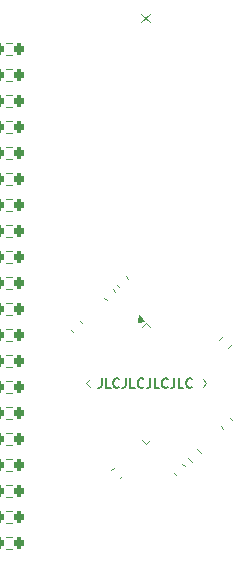
<source format=gbr>
%TF.GenerationSoftware,KiCad,Pcbnew,9.0.2*%
%TF.CreationDate,2025-10-14T01:01:48+02:00*%
%TF.ProjectId,Yet_Another_Business_Card,5965745f-416e-46f7-9468-65725f427573,rev?*%
%TF.SameCoordinates,Original*%
%TF.FileFunction,Legend,Top*%
%TF.FilePolarity,Positive*%
%FSLAX46Y46*%
G04 Gerber Fmt 4.6, Leading zero omitted, Abs format (unit mm)*
G04 Created by KiCad (PCBNEW 9.0.2) date 2025-10-14 01:01:48*
%MOMM*%
%LPD*%
G01*
G04 APERTURE LIST*
G04 Aperture macros list*
%AMRoundRect*
0 Rectangle with rounded corners*
0 $1 Rounding radius*
0 $2 $3 $4 $5 $6 $7 $8 $9 X,Y pos of 4 corners*
0 Add a 4 corners polygon primitive as box body*
4,1,4,$2,$3,$4,$5,$6,$7,$8,$9,$2,$3,0*
0 Add four circle primitives for the rounded corners*
1,1,$1+$1,$2,$3*
1,1,$1+$1,$4,$5*
1,1,$1+$1,$6,$7*
1,1,$1+$1,$8,$9*
0 Add four rect primitives between the rounded corners*
20,1,$1+$1,$2,$3,$4,$5,0*
20,1,$1+$1,$4,$5,$6,$7,0*
20,1,$1+$1,$6,$7,$8,$9,0*
20,1,$1+$1,$8,$9,$2,$3,0*%
%AMFreePoly0*
4,1,30,0.200000,1.710000,0.236753,1.697426,0.376387,1.589219,0.526382,1.504463,0.606724,1.473357,0.606723,1.473356,0.687059,1.442253,0.771046,1.423078,0.855035,1.403901,1.028740,1.390056,1.444035,1.390057,1.486461,1.372484,1.504035,1.330057,1.504034,-1.539942,1.486460,-1.582368,1.444038,-1.599942,1.046227,-1.599966,0.870517,-1.612848,0.700699,-1.650739,0.538235,-1.712988,
0.386579,-1.798267,0.245504,-1.907442,0.208783,-1.919991,-1.650000,-1.919992,-1.692426,-1.902418,-1.710001,-1.859992,-1.710000,1.650008,-1.692426,1.692433,-1.650000,1.710007,0.200000,1.710000,0.200000,1.710000,$1*%
G04 Aperture macros list end*
%ADD10C,0.160000*%
%ADD11C,0.120000*%
%ADD12C,0.220000*%
%ADD13C,0.300000*%
%ADD14RoundRect,0.218750X0.026517X-0.335876X0.335876X-0.026517X-0.026517X0.335876X-0.335876X0.026517X0*%
%ADD15R,1.700000X1.700000*%
%ADD16C,1.700000*%
%ADD17R,1.000000X0.750000*%
%ADD18RoundRect,0.225000X0.335876X0.017678X0.017678X0.335876X-0.335876X-0.017678X-0.017678X-0.335876X0*%
%ADD19RoundRect,0.200000X0.053033X-0.335876X0.335876X-0.053033X-0.053033X0.335876X-0.335876X0.053033X0*%
%ADD20RoundRect,0.200000X-0.335876X-0.053033X-0.053033X-0.335876X0.335876X0.053033X0.053033X0.335876X0*%
%ADD21RoundRect,0.225000X-0.335876X-0.017678X-0.017678X-0.335876X0.335876X0.017678X0.017678X0.335876X0*%
%ADD22RoundRect,0.225000X-0.017678X0.335876X-0.335876X0.017678X0.017678X-0.335876X0.335876X-0.017678X0*%
%ADD23RoundRect,0.200000X-0.200000X-0.275000X0.200000X-0.275000X0.200000X0.275000X-0.200000X0.275000X0*%
%ADD24RoundRect,0.200000X0.200000X0.275000X-0.200000X0.275000X-0.200000X-0.275000X0.200000X-0.275000X0*%
%ADD25RoundRect,0.075000X-0.521491X0.415425X0.415425X-0.521491X0.521491X-0.415425X-0.415425X0.521491X0*%
%ADD26RoundRect,0.075000X-0.521491X-0.415425X-0.415425X-0.521491X0.521491X0.415425X0.415425X0.521491X0*%
%ADD27FreePoly0,315.000000*%
%ADD28FreePoly0,135.000000*%
G04 APERTURE END LIST*
D10*
X178124310Y-89793775D02*
X178124310Y-90365203D01*
X178124310Y-90365203D02*
X178086215Y-90479489D01*
X178086215Y-90479489D02*
X178010024Y-90555680D01*
X178010024Y-90555680D02*
X177895739Y-90593775D01*
X177895739Y-90593775D02*
X177819548Y-90593775D01*
X178886215Y-90593775D02*
X178505263Y-90593775D01*
X178505263Y-90593775D02*
X178505263Y-89793775D01*
X179610025Y-90517584D02*
X179571929Y-90555680D01*
X179571929Y-90555680D02*
X179457644Y-90593775D01*
X179457644Y-90593775D02*
X179381453Y-90593775D01*
X179381453Y-90593775D02*
X179267167Y-90555680D01*
X179267167Y-90555680D02*
X179190977Y-90479489D01*
X179190977Y-90479489D02*
X179152882Y-90403299D01*
X179152882Y-90403299D02*
X179114786Y-90250918D01*
X179114786Y-90250918D02*
X179114786Y-90136632D01*
X179114786Y-90136632D02*
X179152882Y-89984251D01*
X179152882Y-89984251D02*
X179190977Y-89908060D01*
X179190977Y-89908060D02*
X179267167Y-89831870D01*
X179267167Y-89831870D02*
X179381453Y-89793775D01*
X179381453Y-89793775D02*
X179457644Y-89793775D01*
X179457644Y-89793775D02*
X179571929Y-89831870D01*
X179571929Y-89831870D02*
X179610025Y-89869965D01*
X180181453Y-89793775D02*
X180181453Y-90365203D01*
X180181453Y-90365203D02*
X180143358Y-90479489D01*
X180143358Y-90479489D02*
X180067167Y-90555680D01*
X180067167Y-90555680D02*
X179952882Y-90593775D01*
X179952882Y-90593775D02*
X179876691Y-90593775D01*
X180943358Y-90593775D02*
X180562406Y-90593775D01*
X180562406Y-90593775D02*
X180562406Y-89793775D01*
X181667168Y-90517584D02*
X181629072Y-90555680D01*
X181629072Y-90555680D02*
X181514787Y-90593775D01*
X181514787Y-90593775D02*
X181438596Y-90593775D01*
X181438596Y-90593775D02*
X181324310Y-90555680D01*
X181324310Y-90555680D02*
X181248120Y-90479489D01*
X181248120Y-90479489D02*
X181210025Y-90403299D01*
X181210025Y-90403299D02*
X181171929Y-90250918D01*
X181171929Y-90250918D02*
X181171929Y-90136632D01*
X181171929Y-90136632D02*
X181210025Y-89984251D01*
X181210025Y-89984251D02*
X181248120Y-89908060D01*
X181248120Y-89908060D02*
X181324310Y-89831870D01*
X181324310Y-89831870D02*
X181438596Y-89793775D01*
X181438596Y-89793775D02*
X181514787Y-89793775D01*
X181514787Y-89793775D02*
X181629072Y-89831870D01*
X181629072Y-89831870D02*
X181667168Y-89869965D01*
X182238596Y-89793775D02*
X182238596Y-90365203D01*
X182238596Y-90365203D02*
X182200501Y-90479489D01*
X182200501Y-90479489D02*
X182124310Y-90555680D01*
X182124310Y-90555680D02*
X182010025Y-90593775D01*
X182010025Y-90593775D02*
X181933834Y-90593775D01*
X183000501Y-90593775D02*
X182619549Y-90593775D01*
X182619549Y-90593775D02*
X182619549Y-89793775D01*
X183724311Y-90517584D02*
X183686215Y-90555680D01*
X183686215Y-90555680D02*
X183571930Y-90593775D01*
X183571930Y-90593775D02*
X183495739Y-90593775D01*
X183495739Y-90593775D02*
X183381453Y-90555680D01*
X183381453Y-90555680D02*
X183305263Y-90479489D01*
X183305263Y-90479489D02*
X183267168Y-90403299D01*
X183267168Y-90403299D02*
X183229072Y-90250918D01*
X183229072Y-90250918D02*
X183229072Y-90136632D01*
X183229072Y-90136632D02*
X183267168Y-89984251D01*
X183267168Y-89984251D02*
X183305263Y-89908060D01*
X183305263Y-89908060D02*
X183381453Y-89831870D01*
X183381453Y-89831870D02*
X183495739Y-89793775D01*
X183495739Y-89793775D02*
X183571930Y-89793775D01*
X183571930Y-89793775D02*
X183686215Y-89831870D01*
X183686215Y-89831870D02*
X183724311Y-89869965D01*
X184295739Y-89793775D02*
X184295739Y-90365203D01*
X184295739Y-90365203D02*
X184257644Y-90479489D01*
X184257644Y-90479489D02*
X184181453Y-90555680D01*
X184181453Y-90555680D02*
X184067168Y-90593775D01*
X184067168Y-90593775D02*
X183990977Y-90593775D01*
X185057644Y-90593775D02*
X184676692Y-90593775D01*
X184676692Y-90593775D02*
X184676692Y-89793775D01*
X185781454Y-90517584D02*
X185743358Y-90555680D01*
X185743358Y-90555680D02*
X185629073Y-90593775D01*
X185629073Y-90593775D02*
X185552882Y-90593775D01*
X185552882Y-90593775D02*
X185438596Y-90555680D01*
X185438596Y-90555680D02*
X185362406Y-90479489D01*
X185362406Y-90479489D02*
X185324311Y-90403299D01*
X185324311Y-90403299D02*
X185286215Y-90250918D01*
X185286215Y-90250918D02*
X185286215Y-90136632D01*
X185286215Y-90136632D02*
X185324311Y-89984251D01*
X185324311Y-89984251D02*
X185362406Y-89908060D01*
X185362406Y-89908060D02*
X185438596Y-89831870D01*
X185438596Y-89831870D02*
X185552882Y-89793775D01*
X185552882Y-89793775D02*
X185629073Y-89793775D01*
X185629073Y-89793775D02*
X185743358Y-89831870D01*
X185743358Y-89831870D02*
X185781454Y-89869965D01*
D11*
%TO.C,C3*%
X179260030Y-82438781D02*
X179061219Y-82239970D01*
X178538781Y-83160030D02*
X178339970Y-82961219D01*
%TO.C,C2*%
X180360030Y-81338781D02*
X180161219Y-81139970D01*
X179638781Y-82060030D02*
X179439970Y-81861219D01*
%TO.C,R22*%
X188062770Y-86498303D02*
X188398303Y-86162770D01*
X188801697Y-87237230D02*
X189137230Y-86901697D01*
%TO.C,R21*%
X186201697Y-95762770D02*
X186537230Y-96098303D01*
X185462770Y-96501697D02*
X185798303Y-96837230D01*
%TO.C,C6*%
X184961219Y-97039970D02*
X185160030Y-97238781D01*
X184239970Y-97761219D02*
X184438781Y-97960030D01*
%TO.C,C5*%
X188961219Y-93139970D02*
X189160030Y-93338781D01*
X188239970Y-93861219D02*
X188438781Y-94060030D01*
%TO.C,C4*%
X179860030Y-98061219D02*
X179661219Y-98260030D01*
X179138781Y-97339970D02*
X178939970Y-97538781D01*
%TO.C,C1*%
X175738781Y-85860030D02*
X175539970Y-85661219D01*
X176460030Y-85138781D02*
X176261219Y-84939970D01*
%TO.C,R9*%
X170062742Y-74577500D02*
X170537258Y-74577500D01*
X170062742Y-75622500D02*
X170537258Y-75622500D01*
%TO.C,R15*%
X170537258Y-87777500D02*
X170062742Y-87777500D01*
X170537258Y-88822500D02*
X170062742Y-88822500D01*
%TO.C,R13*%
X170537258Y-83377500D02*
X170062742Y-83377500D01*
X170537258Y-84422500D02*
X170062742Y-84422500D01*
%TO.C,R11*%
X170537258Y-78977500D02*
X170062742Y-78977500D01*
X170537258Y-80022500D02*
X170062742Y-80022500D01*
%TO.C,R10*%
X170537258Y-76777500D02*
X170062742Y-76777500D01*
X170537258Y-77822500D02*
X170062742Y-77822500D01*
%TO.C,R17*%
X170537258Y-92177500D02*
X170062742Y-92177500D01*
X170537258Y-93222500D02*
X170062742Y-93222500D01*
%TO.C,R1*%
X170062742Y-61377500D02*
X170537258Y-61377500D01*
X170062742Y-62422500D02*
X170537258Y-62422500D01*
%TO.C,R5*%
X170062742Y-65777500D02*
X170537258Y-65777500D01*
X170062742Y-66822500D02*
X170537258Y-66822500D01*
%TO.C,R14*%
X170537258Y-85577500D02*
X170062742Y-85577500D01*
X170537258Y-86622500D02*
X170062742Y-86622500D01*
%TO.C,R7*%
X170062742Y-70177500D02*
X170537258Y-70177500D01*
X170062742Y-71222500D02*
X170537258Y-71222500D01*
%TO.C,R12*%
X170537258Y-81177500D02*
X170062742Y-81177500D01*
X170537258Y-82222500D02*
X170062742Y-82222500D01*
%TO.C,R8*%
X170062742Y-72377500D02*
X170537258Y-72377500D01*
X170062742Y-73422500D02*
X170537258Y-73422500D01*
%TO.C,R4*%
X170062742Y-103177500D02*
X170537258Y-103177500D01*
X170062742Y-104222500D02*
X170537258Y-104222500D01*
%TO.C,U1*%
X181900000Y-85094689D02*
X181581802Y-85412887D01*
X176794689Y-90200000D02*
X177112887Y-89881802D01*
X182218198Y-85412887D02*
X181900000Y-85094689D01*
X177112887Y-90518198D02*
X176794689Y-90200000D01*
X186687113Y-89881802D02*
X187005311Y-90200000D01*
X181581802Y-94987113D02*
X181900000Y-95305311D01*
X187005311Y-90200000D02*
X186687113Y-90518198D01*
X181900000Y-95305311D02*
X182218198Y-94987113D01*
X181737365Y-84903770D02*
X181164609Y-84995694D01*
X181256533Y-84422938D01*
X181737365Y-84903770D01*
G36*
X181737365Y-84903770D02*
G01*
X181164609Y-84995694D01*
X181256533Y-84422938D01*
X181737365Y-84903770D01*
G37*
%TO.C,R16*%
X170537258Y-89977500D02*
X170062742Y-89977500D01*
X170537258Y-91022500D02*
X170062742Y-91022500D01*
%TO.C,BT1*%
X182184389Y-58900326D02*
X181477282Y-59607433D01*
X182184389Y-59607433D02*
X181477282Y-58900326D01*
%TO.C,R19*%
X170062742Y-96577500D02*
X170537258Y-96577500D01*
X170062742Y-97622500D02*
X170537258Y-97622500D01*
%TO.C,R3*%
X170062742Y-100977500D02*
X170537258Y-100977500D01*
X170062742Y-102022500D02*
X170537258Y-102022500D01*
%TO.C,R2*%
X170062742Y-63577500D02*
X170537258Y-63577500D01*
X170062742Y-64622500D02*
X170537258Y-64622500D01*
%TO.C,R6*%
X170062742Y-67977500D02*
X170537258Y-67977500D01*
X170062742Y-69022500D02*
X170537258Y-69022500D01*
%TO.C,R20*%
X170062742Y-98777500D02*
X170537258Y-98777500D01*
X170062742Y-99822500D02*
X170537258Y-99822500D01*
%TO.C,R18*%
X170062742Y-94377500D02*
X170537258Y-94377500D01*
X170062742Y-95422500D02*
X170537258Y-95422500D01*
%TD*%
%LPC*%
D12*
X181906640Y-105212064D02*
X181906640Y-104112064D01*
X181906640Y-104112064D02*
X182273307Y-104897779D01*
X182273307Y-104897779D02*
X182639974Y-104112064D01*
X182639974Y-104112064D02*
X182639974Y-105212064D01*
X183635212Y-105212064D02*
X183635212Y-104635874D01*
X183635212Y-104635874D02*
X183582831Y-104531112D01*
X183582831Y-104531112D02*
X183478069Y-104478731D01*
X183478069Y-104478731D02*
X183268545Y-104478731D01*
X183268545Y-104478731D02*
X183163783Y-104531112D01*
X183635212Y-105159684D02*
X183530450Y-105212064D01*
X183530450Y-105212064D02*
X183268545Y-105212064D01*
X183268545Y-105212064D02*
X183163783Y-105159684D01*
X183163783Y-105159684D02*
X183111402Y-105054922D01*
X183111402Y-105054922D02*
X183111402Y-104950160D01*
X183111402Y-104950160D02*
X183163783Y-104845398D01*
X183163783Y-104845398D02*
X183268545Y-104793017D01*
X183268545Y-104793017D02*
X183530450Y-104793017D01*
X183530450Y-104793017D02*
X183635212Y-104740636D01*
X184630450Y-105212064D02*
X184630450Y-104112064D01*
X184630450Y-105159684D02*
X184525688Y-105212064D01*
X184525688Y-105212064D02*
X184316164Y-105212064D01*
X184316164Y-105212064D02*
X184211402Y-105159684D01*
X184211402Y-105159684D02*
X184159021Y-105107303D01*
X184159021Y-105107303D02*
X184106640Y-105002541D01*
X184106640Y-105002541D02*
X184106640Y-104688255D01*
X184106640Y-104688255D02*
X184159021Y-104583493D01*
X184159021Y-104583493D02*
X184211402Y-104531112D01*
X184211402Y-104531112D02*
X184316164Y-104478731D01*
X184316164Y-104478731D02*
X184525688Y-104478731D01*
X184525688Y-104478731D02*
X184630450Y-104531112D01*
X185573307Y-105159684D02*
X185468545Y-105212064D01*
X185468545Y-105212064D02*
X185259021Y-105212064D01*
X185259021Y-105212064D02*
X185154259Y-105159684D01*
X185154259Y-105159684D02*
X185101878Y-105054922D01*
X185101878Y-105054922D02*
X185101878Y-104635874D01*
X185101878Y-104635874D02*
X185154259Y-104531112D01*
X185154259Y-104531112D02*
X185259021Y-104478731D01*
X185259021Y-104478731D02*
X185468545Y-104478731D01*
X185468545Y-104478731D02*
X185573307Y-104531112D01*
X185573307Y-104531112D02*
X185625688Y-104635874D01*
X185625688Y-104635874D02*
X185625688Y-104740636D01*
X185625688Y-104740636D02*
X185101878Y-104845398D01*
X186935211Y-105212064D02*
X186935211Y-104112064D01*
X186935211Y-104531112D02*
X187039973Y-104478731D01*
X187039973Y-104478731D02*
X187249497Y-104478731D01*
X187249497Y-104478731D02*
X187354259Y-104531112D01*
X187354259Y-104531112D02*
X187406640Y-104583493D01*
X187406640Y-104583493D02*
X187459021Y-104688255D01*
X187459021Y-104688255D02*
X187459021Y-105002541D01*
X187459021Y-105002541D02*
X187406640Y-105107303D01*
X187406640Y-105107303D02*
X187354259Y-105159684D01*
X187354259Y-105159684D02*
X187249497Y-105212064D01*
X187249497Y-105212064D02*
X187039973Y-105212064D01*
X187039973Y-105212064D02*
X186935211Y-105159684D01*
X187825687Y-104478731D02*
X188087592Y-105212064D01*
X188349497Y-104478731D02*
X188087592Y-105212064D01*
X188087592Y-105212064D02*
X187982830Y-105473969D01*
X187982830Y-105473969D02*
X187930449Y-105526350D01*
X187930449Y-105526350D02*
X187825687Y-105578731D01*
X188768544Y-105107303D02*
X188820925Y-105159684D01*
X188820925Y-105159684D02*
X188768544Y-105212064D01*
X188768544Y-105212064D02*
X188716163Y-105159684D01*
X188716163Y-105159684D02*
X188768544Y-105107303D01*
X188768544Y-105107303D02*
X188768544Y-105212064D01*
X188768544Y-104531112D02*
X188820925Y-104583493D01*
X188820925Y-104583493D02*
X188768544Y-104635874D01*
X188768544Y-104635874D02*
X188716163Y-104583493D01*
X188716163Y-104583493D02*
X188768544Y-104531112D01*
X188768544Y-104531112D02*
X188768544Y-104635874D01*
X190078068Y-104897779D02*
X190601878Y-104897779D01*
X189973306Y-105212064D02*
X190339973Y-104112064D01*
X190339973Y-104112064D02*
X190706640Y-105212064D01*
X191073306Y-104478731D02*
X191073306Y-105212064D01*
X191073306Y-104583493D02*
X191125687Y-104531112D01*
X191125687Y-104531112D02*
X191230449Y-104478731D01*
X191230449Y-104478731D02*
X191387592Y-104478731D01*
X191387592Y-104478731D02*
X191492354Y-104531112D01*
X191492354Y-104531112D02*
X191544735Y-104635874D01*
X191544735Y-104635874D02*
X191544735Y-105212064D01*
X192539973Y-105212064D02*
X192539973Y-104112064D01*
X192539973Y-105159684D02*
X192435211Y-105212064D01*
X192435211Y-105212064D02*
X192225687Y-105212064D01*
X192225687Y-105212064D02*
X192120925Y-105159684D01*
X192120925Y-105159684D02*
X192068544Y-105107303D01*
X192068544Y-105107303D02*
X192016163Y-105002541D01*
X192016163Y-105002541D02*
X192016163Y-104688255D01*
X192016163Y-104688255D02*
X192068544Y-104583493D01*
X192068544Y-104583493D02*
X192120925Y-104531112D01*
X192120925Y-104531112D02*
X192225687Y-104478731D01*
X192225687Y-104478731D02*
X192435211Y-104478731D01*
X192435211Y-104478731D02*
X192539973Y-104531112D01*
X193063782Y-105212064D02*
X193063782Y-104478731D01*
X193063782Y-104688255D02*
X193116163Y-104583493D01*
X193116163Y-104583493D02*
X193168544Y-104531112D01*
X193168544Y-104531112D02*
X193273306Y-104478731D01*
X193273306Y-104478731D02*
X193378068Y-104478731D01*
X194163782Y-105159684D02*
X194059020Y-105212064D01*
X194059020Y-105212064D02*
X193849496Y-105212064D01*
X193849496Y-105212064D02*
X193744734Y-105159684D01*
X193744734Y-105159684D02*
X193692353Y-105054922D01*
X193692353Y-105054922D02*
X193692353Y-104635874D01*
X193692353Y-104635874D02*
X193744734Y-104531112D01*
X193744734Y-104531112D02*
X193849496Y-104478731D01*
X193849496Y-104478731D02*
X194059020Y-104478731D01*
X194059020Y-104478731D02*
X194163782Y-104531112D01*
X194163782Y-104531112D02*
X194216163Y-104635874D01*
X194216163Y-104635874D02*
X194216163Y-104740636D01*
X194216163Y-104740636D02*
X193692353Y-104845398D01*
X195159020Y-105212064D02*
X195159020Y-104635874D01*
X195159020Y-104635874D02*
X195106639Y-104531112D01*
X195106639Y-104531112D02*
X195001877Y-104478731D01*
X195001877Y-104478731D02*
X194792353Y-104478731D01*
X194792353Y-104478731D02*
X194687591Y-104531112D01*
X195159020Y-105159684D02*
X195054258Y-105212064D01*
X195054258Y-105212064D02*
X194792353Y-105212064D01*
X194792353Y-105212064D02*
X194687591Y-105159684D01*
X194687591Y-105159684D02*
X194635210Y-105054922D01*
X194635210Y-105054922D02*
X194635210Y-104950160D01*
X194635210Y-104950160D02*
X194687591Y-104845398D01*
X194687591Y-104845398D02*
X194792353Y-104793017D01*
X194792353Y-104793017D02*
X195054258Y-104793017D01*
X195054258Y-104793017D02*
X195159020Y-104740636D01*
X196520924Y-105212064D02*
X196520924Y-104112064D01*
X196520924Y-104112064D02*
X196887591Y-104897779D01*
X196887591Y-104897779D02*
X197254258Y-104112064D01*
X197254258Y-104112064D02*
X197254258Y-105212064D01*
X198249496Y-105212064D02*
X198249496Y-104635874D01*
X198249496Y-104635874D02*
X198197115Y-104531112D01*
X198197115Y-104531112D02*
X198092353Y-104478731D01*
X198092353Y-104478731D02*
X197882829Y-104478731D01*
X197882829Y-104478731D02*
X197778067Y-104531112D01*
X198249496Y-105159684D02*
X198144734Y-105212064D01*
X198144734Y-105212064D02*
X197882829Y-105212064D01*
X197882829Y-105212064D02*
X197778067Y-105159684D01*
X197778067Y-105159684D02*
X197725686Y-105054922D01*
X197725686Y-105054922D02*
X197725686Y-104950160D01*
X197725686Y-104950160D02*
X197778067Y-104845398D01*
X197778067Y-104845398D02*
X197882829Y-104793017D01*
X197882829Y-104793017D02*
X198144734Y-104793017D01*
X198144734Y-104793017D02*
X198249496Y-104740636D01*
X198720924Y-105159684D02*
X198825686Y-105212064D01*
X198825686Y-105212064D02*
X199035210Y-105212064D01*
X199035210Y-105212064D02*
X199139972Y-105159684D01*
X199139972Y-105159684D02*
X199192353Y-105054922D01*
X199192353Y-105054922D02*
X199192353Y-105002541D01*
X199192353Y-105002541D02*
X199139972Y-104897779D01*
X199139972Y-104897779D02*
X199035210Y-104845398D01*
X199035210Y-104845398D02*
X198878067Y-104845398D01*
X198878067Y-104845398D02*
X198773305Y-104793017D01*
X198773305Y-104793017D02*
X198720924Y-104688255D01*
X198720924Y-104688255D02*
X198720924Y-104635874D01*
X198720924Y-104635874D02*
X198773305Y-104531112D01*
X198773305Y-104531112D02*
X198878067Y-104478731D01*
X198878067Y-104478731D02*
X199035210Y-104478731D01*
X199035210Y-104478731D02*
X199139972Y-104531112D01*
X199611400Y-105159684D02*
X199716162Y-105212064D01*
X199716162Y-105212064D02*
X199925686Y-105212064D01*
X199925686Y-105212064D02*
X200030448Y-105159684D01*
X200030448Y-105159684D02*
X200082829Y-105054922D01*
X200082829Y-105054922D02*
X200082829Y-105002541D01*
X200082829Y-105002541D02*
X200030448Y-104897779D01*
X200030448Y-104897779D02*
X199925686Y-104845398D01*
X199925686Y-104845398D02*
X199768543Y-104845398D01*
X199768543Y-104845398D02*
X199663781Y-104793017D01*
X199663781Y-104793017D02*
X199611400Y-104688255D01*
X199611400Y-104688255D02*
X199611400Y-104635874D01*
X199611400Y-104635874D02*
X199663781Y-104531112D01*
X199663781Y-104531112D02*
X199768543Y-104478731D01*
X199768543Y-104478731D02*
X199925686Y-104478731D01*
X199925686Y-104478731D02*
X200030448Y-104531112D01*
X200973305Y-105159684D02*
X200868543Y-105212064D01*
X200868543Y-105212064D02*
X200659019Y-105212064D01*
X200659019Y-105212064D02*
X200554257Y-105159684D01*
X200554257Y-105159684D02*
X200501876Y-105054922D01*
X200501876Y-105054922D02*
X200501876Y-104635874D01*
X200501876Y-104635874D02*
X200554257Y-104531112D01*
X200554257Y-104531112D02*
X200659019Y-104478731D01*
X200659019Y-104478731D02*
X200868543Y-104478731D01*
X200868543Y-104478731D02*
X200973305Y-104531112D01*
X200973305Y-104531112D02*
X201025686Y-104635874D01*
X201025686Y-104635874D02*
X201025686Y-104740636D01*
X201025686Y-104740636D02*
X200501876Y-104845398D01*
X201339971Y-104478731D02*
X201759019Y-104478731D01*
X201497114Y-104112064D02*
X201497114Y-105054922D01*
X201497114Y-105054922D02*
X201549495Y-105159684D01*
X201549495Y-105159684D02*
X201654257Y-105212064D01*
X201654257Y-105212064D02*
X201759019Y-105212064D01*
X201968542Y-104478731D02*
X202387590Y-104478731D01*
X202125685Y-104112064D02*
X202125685Y-105054922D01*
X202125685Y-105054922D02*
X202178066Y-105159684D01*
X202178066Y-105159684D02*
X202282828Y-105212064D01*
X202282828Y-105212064D02*
X202387590Y-105212064D01*
X202754256Y-105212064D02*
X202754256Y-104478731D01*
X202754256Y-104112064D02*
X202701875Y-104164445D01*
X202701875Y-104164445D02*
X202754256Y-104216826D01*
X202754256Y-104216826D02*
X202806637Y-104164445D01*
X202806637Y-104164445D02*
X202754256Y-104112064D01*
X202754256Y-104112064D02*
X202754256Y-104216826D01*
X181906640Y-106983002D02*
X181906640Y-105883002D01*
X182430450Y-106249669D02*
X182430450Y-106983002D01*
X182430450Y-106354431D02*
X182482831Y-106302050D01*
X182482831Y-106302050D02*
X182587593Y-106249669D01*
X182587593Y-106249669D02*
X182744736Y-106249669D01*
X182744736Y-106249669D02*
X182849498Y-106302050D01*
X182849498Y-106302050D02*
X182901879Y-106406812D01*
X182901879Y-106406812D02*
X182901879Y-106983002D01*
X183425688Y-106878241D02*
X183478069Y-106930622D01*
X183478069Y-106930622D02*
X183425688Y-106983002D01*
X183425688Y-106983002D02*
X183373307Y-106930622D01*
X183373307Y-106930622D02*
X183425688Y-106878241D01*
X183425688Y-106878241D02*
X183425688Y-106983002D01*
X183425688Y-106302050D02*
X183478069Y-106354431D01*
X183478069Y-106354431D02*
X183425688Y-106406812D01*
X183425688Y-106406812D02*
X183373307Y-106354431D01*
X183373307Y-106354431D02*
X183425688Y-106302050D01*
X183425688Y-106302050D02*
X183425688Y-106406812D01*
X185259022Y-106983002D02*
X185259022Y-106406812D01*
X185259022Y-106406812D02*
X185206641Y-106302050D01*
X185206641Y-106302050D02*
X185101879Y-106249669D01*
X185101879Y-106249669D02*
X184892355Y-106249669D01*
X184892355Y-106249669D02*
X184787593Y-106302050D01*
X185259022Y-106930622D02*
X185154260Y-106983002D01*
X185154260Y-106983002D02*
X184892355Y-106983002D01*
X184892355Y-106983002D02*
X184787593Y-106930622D01*
X184787593Y-106930622D02*
X184735212Y-106825860D01*
X184735212Y-106825860D02*
X184735212Y-106721098D01*
X184735212Y-106721098D02*
X184787593Y-106616336D01*
X184787593Y-106616336D02*
X184892355Y-106563955D01*
X184892355Y-106563955D02*
X185154260Y-106563955D01*
X185154260Y-106563955D02*
X185259022Y-106511574D01*
X186620926Y-106983002D02*
X186620926Y-106249669D01*
X186620926Y-106459193D02*
X186673307Y-106354431D01*
X186673307Y-106354431D02*
X186725688Y-106302050D01*
X186725688Y-106302050D02*
X186830450Y-106249669D01*
X186830450Y-106249669D02*
X186935212Y-106249669D01*
X187459021Y-106983002D02*
X187354259Y-106930622D01*
X187354259Y-106930622D02*
X187301878Y-106878241D01*
X187301878Y-106878241D02*
X187249497Y-106773479D01*
X187249497Y-106773479D02*
X187249497Y-106459193D01*
X187249497Y-106459193D02*
X187301878Y-106354431D01*
X187301878Y-106354431D02*
X187354259Y-106302050D01*
X187354259Y-106302050D02*
X187459021Y-106249669D01*
X187459021Y-106249669D02*
X187616164Y-106249669D01*
X187616164Y-106249669D02*
X187720926Y-106302050D01*
X187720926Y-106302050D02*
X187773307Y-106354431D01*
X187773307Y-106354431D02*
X187825688Y-106459193D01*
X187825688Y-106459193D02*
X187825688Y-106773479D01*
X187825688Y-106773479D02*
X187773307Y-106878241D01*
X187773307Y-106878241D02*
X187720926Y-106930622D01*
X187720926Y-106930622D02*
X187616164Y-106983002D01*
X187616164Y-106983002D02*
X187459021Y-106983002D01*
X188454259Y-106983002D02*
X188349497Y-106930622D01*
X188349497Y-106930622D02*
X188297116Y-106878241D01*
X188297116Y-106878241D02*
X188244735Y-106773479D01*
X188244735Y-106773479D02*
X188244735Y-106459193D01*
X188244735Y-106459193D02*
X188297116Y-106354431D01*
X188297116Y-106354431D02*
X188349497Y-106302050D01*
X188349497Y-106302050D02*
X188454259Y-106249669D01*
X188454259Y-106249669D02*
X188611402Y-106249669D01*
X188611402Y-106249669D02*
X188716164Y-106302050D01*
X188716164Y-106302050D02*
X188768545Y-106354431D01*
X188768545Y-106354431D02*
X188820926Y-106459193D01*
X188820926Y-106459193D02*
X188820926Y-106773479D01*
X188820926Y-106773479D02*
X188768545Y-106878241D01*
X188768545Y-106878241D02*
X188716164Y-106930622D01*
X188716164Y-106930622D02*
X188611402Y-106983002D01*
X188611402Y-106983002D02*
X188454259Y-106983002D01*
X189292354Y-106983002D02*
X189292354Y-106249669D01*
X189292354Y-106354431D02*
X189344735Y-106302050D01*
X189344735Y-106302050D02*
X189449497Y-106249669D01*
X189449497Y-106249669D02*
X189606640Y-106249669D01*
X189606640Y-106249669D02*
X189711402Y-106302050D01*
X189711402Y-106302050D02*
X189763783Y-106406812D01*
X189763783Y-106406812D02*
X189763783Y-106983002D01*
X189763783Y-106406812D02*
X189816164Y-106302050D01*
X189816164Y-106302050D02*
X189920926Y-106249669D01*
X189920926Y-106249669D02*
X190078069Y-106249669D01*
X190078069Y-106249669D02*
X190182830Y-106302050D01*
X190182830Y-106302050D02*
X190235211Y-106406812D01*
X190235211Y-106406812D02*
X190235211Y-106983002D01*
X191439973Y-106249669D02*
X191859021Y-106249669D01*
X191597116Y-106983002D02*
X191597116Y-106040145D01*
X191597116Y-106040145D02*
X191649497Y-105935383D01*
X191649497Y-105935383D02*
X191754259Y-105883002D01*
X191754259Y-105883002D02*
X191859021Y-105883002D01*
X192697116Y-106249669D02*
X192697116Y-106983002D01*
X192225687Y-106249669D02*
X192225687Y-106825860D01*
X192225687Y-106825860D02*
X192278068Y-106930622D01*
X192278068Y-106930622D02*
X192382830Y-106983002D01*
X192382830Y-106983002D02*
X192539973Y-106983002D01*
X192539973Y-106983002D02*
X192644735Y-106930622D01*
X192644735Y-106930622D02*
X192697116Y-106878241D01*
X193378068Y-106983002D02*
X193273306Y-106930622D01*
X193273306Y-106930622D02*
X193220925Y-106825860D01*
X193220925Y-106825860D02*
X193220925Y-105883002D01*
X193954258Y-106983002D02*
X193849496Y-106930622D01*
X193849496Y-106930622D02*
X193797115Y-106825860D01*
X193797115Y-106825860D02*
X193797115Y-105883002D01*
X195368543Y-106983002D02*
X195263781Y-106930622D01*
X195263781Y-106930622D02*
X195211400Y-106878241D01*
X195211400Y-106878241D02*
X195159019Y-106773479D01*
X195159019Y-106773479D02*
X195159019Y-106459193D01*
X195159019Y-106459193D02*
X195211400Y-106354431D01*
X195211400Y-106354431D02*
X195263781Y-106302050D01*
X195263781Y-106302050D02*
X195368543Y-106249669D01*
X195368543Y-106249669D02*
X195525686Y-106249669D01*
X195525686Y-106249669D02*
X195630448Y-106302050D01*
X195630448Y-106302050D02*
X195682829Y-106354431D01*
X195682829Y-106354431D02*
X195735210Y-106459193D01*
X195735210Y-106459193D02*
X195735210Y-106773479D01*
X195735210Y-106773479D02*
X195682829Y-106878241D01*
X195682829Y-106878241D02*
X195630448Y-106930622D01*
X195630448Y-106930622D02*
X195525686Y-106983002D01*
X195525686Y-106983002D02*
X195368543Y-106983002D01*
X196049495Y-106249669D02*
X196468543Y-106249669D01*
X196206638Y-106983002D02*
X196206638Y-106040145D01*
X196206638Y-106040145D02*
X196259019Y-105935383D01*
X196259019Y-105935383D02*
X196363781Y-105883002D01*
X196363781Y-105883002D02*
X196468543Y-105883002D01*
X197673304Y-106983002D02*
X197673304Y-105883002D01*
X197673304Y-105883002D02*
X198092352Y-105883002D01*
X198092352Y-105883002D02*
X198197114Y-105935383D01*
X198197114Y-105935383D02*
X198249495Y-105987764D01*
X198249495Y-105987764D02*
X198301876Y-106092526D01*
X198301876Y-106092526D02*
X198301876Y-106249669D01*
X198301876Y-106249669D02*
X198249495Y-106354431D01*
X198249495Y-106354431D02*
X198197114Y-106406812D01*
X198197114Y-106406812D02*
X198092352Y-106459193D01*
X198092352Y-106459193D02*
X197673304Y-106459193D01*
X198930447Y-106983002D02*
X198825685Y-106930622D01*
X198825685Y-106930622D02*
X198773304Y-106878241D01*
X198773304Y-106878241D02*
X198720923Y-106773479D01*
X198720923Y-106773479D02*
X198720923Y-106459193D01*
X198720923Y-106459193D02*
X198773304Y-106354431D01*
X198773304Y-106354431D02*
X198825685Y-106302050D01*
X198825685Y-106302050D02*
X198930447Y-106249669D01*
X198930447Y-106249669D02*
X199087590Y-106249669D01*
X199087590Y-106249669D02*
X199192352Y-106302050D01*
X199192352Y-106302050D02*
X199244733Y-106354431D01*
X199244733Y-106354431D02*
X199297114Y-106459193D01*
X199297114Y-106459193D02*
X199297114Y-106773479D01*
X199297114Y-106773479D02*
X199244733Y-106878241D01*
X199244733Y-106878241D02*
X199192352Y-106930622D01*
X199192352Y-106930622D02*
X199087590Y-106983002D01*
X199087590Y-106983002D02*
X198930447Y-106983002D01*
X199716161Y-106930622D02*
X199820923Y-106983002D01*
X199820923Y-106983002D02*
X200030447Y-106983002D01*
X200030447Y-106983002D02*
X200135209Y-106930622D01*
X200135209Y-106930622D02*
X200187590Y-106825860D01*
X200187590Y-106825860D02*
X200187590Y-106773479D01*
X200187590Y-106773479D02*
X200135209Y-106668717D01*
X200135209Y-106668717D02*
X200030447Y-106616336D01*
X200030447Y-106616336D02*
X199873304Y-106616336D01*
X199873304Y-106616336D02*
X199768542Y-106563955D01*
X199768542Y-106563955D02*
X199716161Y-106459193D01*
X199716161Y-106459193D02*
X199716161Y-106406812D01*
X199716161Y-106406812D02*
X199768542Y-106302050D01*
X199768542Y-106302050D02*
X199873304Y-106249669D01*
X199873304Y-106249669D02*
X200030447Y-106249669D01*
X200030447Y-106249669D02*
X200135209Y-106302050D01*
X200501875Y-106249669D02*
X200920923Y-106249669D01*
X200659018Y-105883002D02*
X200659018Y-106825860D01*
X200659018Y-106825860D02*
X200711399Y-106930622D01*
X200711399Y-106930622D02*
X200816161Y-106983002D01*
X200816161Y-106983002D02*
X200920923Y-106983002D01*
X201287589Y-106563955D02*
X202125685Y-106563955D01*
X202649494Y-106983002D02*
X202649494Y-106249669D01*
X202649494Y-105883002D02*
X202597113Y-105935383D01*
X202597113Y-105935383D02*
X202649494Y-105987764D01*
X202649494Y-105987764D02*
X202701875Y-105935383D01*
X202701875Y-105935383D02*
X202649494Y-105883002D01*
X202649494Y-105883002D02*
X202649494Y-105987764D01*
X203016161Y-106249669D02*
X203435209Y-106249669D01*
X203173304Y-105883002D02*
X203173304Y-106825860D01*
X203173304Y-106825860D02*
X203225685Y-106930622D01*
X203225685Y-106930622D02*
X203330447Y-106983002D01*
X203330447Y-106983002D02*
X203435209Y-106983002D01*
X181801878Y-107653940D02*
X182063783Y-108753940D01*
X182063783Y-108753940D02*
X182273307Y-107968226D01*
X182273307Y-107968226D02*
X182482831Y-108753940D01*
X182482831Y-108753940D02*
X182744736Y-107653940D01*
X183163783Y-108753940D02*
X183163783Y-108020607D01*
X183163783Y-107653940D02*
X183111402Y-107706321D01*
X183111402Y-107706321D02*
X183163783Y-107758702D01*
X183163783Y-107758702D02*
X183216164Y-107706321D01*
X183216164Y-107706321D02*
X183163783Y-107653940D01*
X183163783Y-107653940D02*
X183163783Y-107758702D01*
X183530450Y-108020607D02*
X183949498Y-108020607D01*
X183687593Y-107653940D02*
X183687593Y-108596798D01*
X183687593Y-108596798D02*
X183739974Y-108701560D01*
X183739974Y-108701560D02*
X183844736Y-108753940D01*
X183844736Y-108753940D02*
X183949498Y-108753940D01*
X184316164Y-108753940D02*
X184316164Y-107653940D01*
X184787593Y-108753940D02*
X184787593Y-108177750D01*
X184787593Y-108177750D02*
X184735212Y-108072988D01*
X184735212Y-108072988D02*
X184630450Y-108020607D01*
X184630450Y-108020607D02*
X184473307Y-108020607D01*
X184473307Y-108020607D02*
X184368545Y-108072988D01*
X184368545Y-108072988D02*
X184316164Y-108125369D01*
X185311402Y-108649179D02*
X185363783Y-108701560D01*
X185363783Y-108701560D02*
X185311402Y-108753940D01*
X185311402Y-108753940D02*
X185259021Y-108701560D01*
X185259021Y-108701560D02*
X185311402Y-108649179D01*
X185311402Y-108649179D02*
X185311402Y-108753940D01*
X185311402Y-108072988D02*
X185363783Y-108125369D01*
X185363783Y-108125369D02*
X185311402Y-108177750D01*
X185311402Y-108177750D02*
X185259021Y-108125369D01*
X185259021Y-108125369D02*
X185311402Y-108072988D01*
X185311402Y-108072988D02*
X185311402Y-108177750D01*
X187144736Y-108753940D02*
X187144736Y-108177750D01*
X187144736Y-108177750D02*
X187092355Y-108072988D01*
X187092355Y-108072988D02*
X186987593Y-108020607D01*
X186987593Y-108020607D02*
X186778069Y-108020607D01*
X186778069Y-108020607D02*
X186673307Y-108072988D01*
X187144736Y-108701560D02*
X187039974Y-108753940D01*
X187039974Y-108753940D02*
X186778069Y-108753940D01*
X186778069Y-108753940D02*
X186673307Y-108701560D01*
X186673307Y-108701560D02*
X186620926Y-108596798D01*
X186620926Y-108596798D02*
X186620926Y-108492036D01*
X186620926Y-108492036D02*
X186673307Y-108387274D01*
X186673307Y-108387274D02*
X186778069Y-108334893D01*
X186778069Y-108334893D02*
X187039974Y-108334893D01*
X187039974Y-108334893D02*
X187144736Y-108282512D01*
X188663783Y-108753940D02*
X188559021Y-108701560D01*
X188559021Y-108701560D02*
X188506640Y-108596798D01*
X188506640Y-108596798D02*
X188506640Y-107653940D01*
X189239973Y-108753940D02*
X189135211Y-108701560D01*
X189135211Y-108701560D02*
X189082830Y-108649179D01*
X189082830Y-108649179D02*
X189030449Y-108544417D01*
X189030449Y-108544417D02*
X189030449Y-108230131D01*
X189030449Y-108230131D02*
X189082830Y-108125369D01*
X189082830Y-108125369D02*
X189135211Y-108072988D01*
X189135211Y-108072988D02*
X189239973Y-108020607D01*
X189239973Y-108020607D02*
X189397116Y-108020607D01*
X189397116Y-108020607D02*
X189501878Y-108072988D01*
X189501878Y-108072988D02*
X189554259Y-108125369D01*
X189554259Y-108125369D02*
X189606640Y-108230131D01*
X189606640Y-108230131D02*
X189606640Y-108544417D01*
X189606640Y-108544417D02*
X189554259Y-108649179D01*
X189554259Y-108649179D02*
X189501878Y-108701560D01*
X189501878Y-108701560D02*
X189397116Y-108753940D01*
X189397116Y-108753940D02*
X189239973Y-108753940D01*
X189920925Y-108020607D02*
X190339973Y-108020607D01*
X190078068Y-107653940D02*
X190078068Y-108596798D01*
X190078068Y-108596798D02*
X190130449Y-108701560D01*
X190130449Y-108701560D02*
X190235211Y-108753940D01*
X190235211Y-108753940D02*
X190339973Y-108753940D01*
X191701877Y-108753940D02*
X191597115Y-108701560D01*
X191597115Y-108701560D02*
X191544734Y-108649179D01*
X191544734Y-108649179D02*
X191492353Y-108544417D01*
X191492353Y-108544417D02*
X191492353Y-108230131D01*
X191492353Y-108230131D02*
X191544734Y-108125369D01*
X191544734Y-108125369D02*
X191597115Y-108072988D01*
X191597115Y-108072988D02*
X191701877Y-108020607D01*
X191701877Y-108020607D02*
X191859020Y-108020607D01*
X191859020Y-108020607D02*
X191963782Y-108072988D01*
X191963782Y-108072988D02*
X192016163Y-108125369D01*
X192016163Y-108125369D02*
X192068544Y-108230131D01*
X192068544Y-108230131D02*
X192068544Y-108544417D01*
X192068544Y-108544417D02*
X192016163Y-108649179D01*
X192016163Y-108649179D02*
X191963782Y-108701560D01*
X191963782Y-108701560D02*
X191859020Y-108753940D01*
X191859020Y-108753940D02*
X191701877Y-108753940D01*
X192382829Y-108020607D02*
X192801877Y-108020607D01*
X192539972Y-108753940D02*
X192539972Y-107811083D01*
X192539972Y-107811083D02*
X192592353Y-107706321D01*
X192592353Y-107706321D02*
X192697115Y-107653940D01*
X192697115Y-107653940D02*
X192801877Y-107653940D01*
X194478067Y-108701560D02*
X194373305Y-108753940D01*
X194373305Y-108753940D02*
X194163781Y-108753940D01*
X194163781Y-108753940D02*
X194059019Y-108701560D01*
X194059019Y-108701560D02*
X194006638Y-108649179D01*
X194006638Y-108649179D02*
X193954257Y-108544417D01*
X193954257Y-108544417D02*
X193954257Y-108230131D01*
X193954257Y-108230131D02*
X194006638Y-108125369D01*
X194006638Y-108125369D02*
X194059019Y-108072988D01*
X194059019Y-108072988D02*
X194163781Y-108020607D01*
X194163781Y-108020607D02*
X194373305Y-108020607D01*
X194373305Y-108020607D02*
X194478067Y-108072988D01*
X195106638Y-108753940D02*
X195001876Y-108701560D01*
X195001876Y-108701560D02*
X194949495Y-108649179D01*
X194949495Y-108649179D02*
X194897114Y-108544417D01*
X194897114Y-108544417D02*
X194897114Y-108230131D01*
X194897114Y-108230131D02*
X194949495Y-108125369D01*
X194949495Y-108125369D02*
X195001876Y-108072988D01*
X195001876Y-108072988D02*
X195106638Y-108020607D01*
X195106638Y-108020607D02*
X195263781Y-108020607D01*
X195263781Y-108020607D02*
X195368543Y-108072988D01*
X195368543Y-108072988D02*
X195420924Y-108125369D01*
X195420924Y-108125369D02*
X195473305Y-108230131D01*
X195473305Y-108230131D02*
X195473305Y-108544417D01*
X195473305Y-108544417D02*
X195420924Y-108649179D01*
X195420924Y-108649179D02*
X195368543Y-108701560D01*
X195368543Y-108701560D02*
X195263781Y-108753940D01*
X195263781Y-108753940D02*
X195106638Y-108753940D01*
X195787590Y-108020607D02*
X196206638Y-108020607D01*
X195944733Y-108753940D02*
X195944733Y-107811083D01*
X195944733Y-107811083D02*
X195997114Y-107706321D01*
X195997114Y-107706321D02*
X196101876Y-107653940D01*
X196101876Y-107653940D02*
X196206638Y-107653940D01*
X196416161Y-108020607D02*
X196835209Y-108020607D01*
X196573304Y-108753940D02*
X196573304Y-107811083D01*
X196573304Y-107811083D02*
X196625685Y-107706321D01*
X196625685Y-107706321D02*
X196730447Y-107653940D01*
X196730447Y-107653940D02*
X196835209Y-107653940D01*
X197620923Y-108701560D02*
X197516161Y-108753940D01*
X197516161Y-108753940D02*
X197306637Y-108753940D01*
X197306637Y-108753940D02*
X197201875Y-108701560D01*
X197201875Y-108701560D02*
X197149494Y-108596798D01*
X197149494Y-108596798D02*
X197149494Y-108177750D01*
X197149494Y-108177750D02*
X197201875Y-108072988D01*
X197201875Y-108072988D02*
X197306637Y-108020607D01*
X197306637Y-108020607D02*
X197516161Y-108020607D01*
X197516161Y-108020607D02*
X197620923Y-108072988D01*
X197620923Y-108072988D02*
X197673304Y-108177750D01*
X197673304Y-108177750D02*
X197673304Y-108282512D01*
X197673304Y-108282512D02*
X197149494Y-108387274D01*
X198563780Y-108701560D02*
X198459018Y-108753940D01*
X198459018Y-108753940D02*
X198249494Y-108753940D01*
X198249494Y-108753940D02*
X198144732Y-108701560D01*
X198144732Y-108701560D02*
X198092351Y-108596798D01*
X198092351Y-108596798D02*
X198092351Y-108177750D01*
X198092351Y-108177750D02*
X198144732Y-108072988D01*
X198144732Y-108072988D02*
X198249494Y-108020607D01*
X198249494Y-108020607D02*
X198459018Y-108020607D01*
X198459018Y-108020607D02*
X198563780Y-108072988D01*
X198563780Y-108072988D02*
X198616161Y-108177750D01*
X198616161Y-108177750D02*
X198616161Y-108282512D01*
X198616161Y-108282512D02*
X198092351Y-108387274D01*
D13*
X193654510Y-95300828D02*
X193654510Y-93800828D01*
X193654510Y-93800828D02*
X194225939Y-93800828D01*
X194225939Y-93800828D02*
X194368796Y-93872257D01*
X194368796Y-93872257D02*
X194440225Y-93943685D01*
X194440225Y-93943685D02*
X194511653Y-94086542D01*
X194511653Y-94086542D02*
X194511653Y-94300828D01*
X194511653Y-94300828D02*
X194440225Y-94443685D01*
X194440225Y-94443685D02*
X194368796Y-94515114D01*
X194368796Y-94515114D02*
X194225939Y-94586542D01*
X194225939Y-94586542D02*
X193654510Y-94586542D01*
X195154510Y-93800828D02*
X195154510Y-95015114D01*
X195154510Y-95015114D02*
X195225939Y-95157971D01*
X195225939Y-95157971D02*
X195297368Y-95229400D01*
X195297368Y-95229400D02*
X195440225Y-95300828D01*
X195440225Y-95300828D02*
X195725939Y-95300828D01*
X195725939Y-95300828D02*
X195868796Y-95229400D01*
X195868796Y-95229400D02*
X195940225Y-95157971D01*
X195940225Y-95157971D02*
X196011653Y-95015114D01*
X196011653Y-95015114D02*
X196011653Y-93800828D01*
X196654511Y-95229400D02*
X196868797Y-95300828D01*
X196868797Y-95300828D02*
X197225939Y-95300828D01*
X197225939Y-95300828D02*
X197368797Y-95229400D01*
X197368797Y-95229400D02*
X197440225Y-95157971D01*
X197440225Y-95157971D02*
X197511654Y-95015114D01*
X197511654Y-95015114D02*
X197511654Y-94872257D01*
X197511654Y-94872257D02*
X197440225Y-94729400D01*
X197440225Y-94729400D02*
X197368797Y-94657971D01*
X197368797Y-94657971D02*
X197225939Y-94586542D01*
X197225939Y-94586542D02*
X196940225Y-94515114D01*
X196940225Y-94515114D02*
X196797368Y-94443685D01*
X196797368Y-94443685D02*
X196725939Y-94372257D01*
X196725939Y-94372257D02*
X196654511Y-94229400D01*
X196654511Y-94229400D02*
X196654511Y-94086542D01*
X196654511Y-94086542D02*
X196725939Y-93943685D01*
X196725939Y-93943685D02*
X196797368Y-93872257D01*
X196797368Y-93872257D02*
X196940225Y-93800828D01*
X196940225Y-93800828D02*
X197297368Y-93800828D01*
X197297368Y-93800828D02*
X197511654Y-93872257D01*
X198154510Y-95300828D02*
X198154510Y-93800828D01*
X198154510Y-94515114D02*
X199011653Y-94515114D01*
X199011653Y-95300828D02*
X199011653Y-93800828D01*
X200868796Y-95300828D02*
X200868796Y-93800828D01*
X200868796Y-93800828D02*
X201368796Y-94872257D01*
X201368796Y-94872257D02*
X201868796Y-93800828D01*
X201868796Y-93800828D02*
X201868796Y-95300828D01*
X202583082Y-94515114D02*
X203083082Y-94515114D01*
X203297368Y-95300828D02*
X202583082Y-95300828D01*
X202583082Y-95300828D02*
X202583082Y-93800828D01*
X202583082Y-93800828D02*
X203297368Y-93800828D01*
X203940225Y-95157971D02*
X204011654Y-95229400D01*
X204011654Y-95229400D02*
X203940225Y-95300828D01*
X203940225Y-95300828D02*
X203868797Y-95229400D01*
X203868797Y-95229400D02*
X203940225Y-95157971D01*
X203940225Y-95157971D02*
X203940225Y-95300828D01*
X203940225Y-94729400D02*
X203868797Y-93872257D01*
X203868797Y-93872257D02*
X203940225Y-93800828D01*
X203940225Y-93800828D02*
X204011654Y-93872257D01*
X204011654Y-93872257D02*
X203940225Y-94729400D01*
X203940225Y-94729400D02*
X203940225Y-93800828D01*
D14*
%TO.C,D300*%
X155643153Y-96038182D03*
X156756847Y-94924488D03*
%TD*%
%TO.C,D322*%
X162243153Y-98238182D03*
X163356847Y-97124488D03*
%TD*%
%TO.C,D206*%
X157843153Y-85038182D03*
X158956847Y-83924488D03*
%TD*%
%TO.C,D62*%
X133643153Y-69638182D03*
X134756847Y-68524488D03*
%TD*%
%TO.C,D289*%
X131443153Y-96038182D03*
X132556847Y-94924488D03*
%TD*%
%TO.C,D267*%
X166643153Y-91638182D03*
X167756847Y-90524488D03*
%TD*%
%TO.C,D130*%
X157843153Y-76238182D03*
X158956847Y-75124488D03*
%TD*%
%TO.C,D371*%
X144643153Y-104838182D03*
X145756847Y-103724488D03*
%TD*%
%TO.C,D134*%
X166643153Y-76238182D03*
X167756847Y-75124488D03*
%TD*%
%TO.C,D305*%
X166643153Y-96038182D03*
X167756847Y-94924488D03*
%TD*%
%TO.C,D60*%
X129243153Y-69638182D03*
X130356847Y-68524488D03*
%TD*%
%TO.C,D37*%
X162243153Y-65238182D03*
X163356847Y-64124488D03*
%TD*%
%TO.C,D335*%
X149043153Y-100438182D03*
X150156847Y-99324488D03*
%TD*%
%TO.C,D158*%
X135843153Y-80638182D03*
X136956847Y-79524488D03*
%TD*%
%TO.C,D23*%
X131443153Y-65238182D03*
X132556847Y-64124488D03*
%TD*%
%TO.C,D74*%
X160043153Y-69638182D03*
X161156847Y-68524488D03*
%TD*%
%TO.C,D287*%
X127043153Y-96038182D03*
X128156847Y-94924488D03*
%TD*%
%TO.C,D355*%
X151243153Y-102638182D03*
X152356847Y-101524488D03*
%TD*%
%TO.C,D360*%
X162243153Y-102638182D03*
X163356847Y-101524488D03*
%TD*%
%TO.C,D334*%
X146843153Y-100438182D03*
X147956847Y-99324488D03*
%TD*%
%TO.C,D187*%
X157843153Y-82838182D03*
X158956847Y-81724488D03*
%TD*%
%TO.C,D66*%
X142443153Y-69638182D03*
X143556847Y-68524488D03*
%TD*%
%TO.C,D67*%
X144643153Y-69638182D03*
X145756847Y-68524488D03*
%TD*%
%TO.C,D241*%
X151243153Y-89438182D03*
X152356847Y-88324488D03*
%TD*%
%TO.C,D64*%
X138043153Y-69638182D03*
X139156847Y-68524488D03*
%TD*%
%TO.C,D12*%
X149043153Y-63038182D03*
X150156847Y-61924488D03*
%TD*%
%TO.C,D15*%
X155643153Y-63038182D03*
X156756847Y-61924488D03*
%TD*%
%TO.C,D119*%
X133643153Y-76238182D03*
X134756847Y-75124488D03*
%TD*%
%TO.C,D272*%
X135843153Y-93838182D03*
X136956847Y-92724488D03*
%TD*%
%TO.C,D153*%
X166643153Y-78438182D03*
X167756847Y-77324488D03*
%TD*%
%TO.C,D141*%
X140243153Y-78438182D03*
X141356847Y-77324488D03*
%TD*%
%TO.C,D328*%
X133643153Y-100438182D03*
X134756847Y-99324488D03*
%TD*%
%TO.C,D332*%
X142443153Y-100438182D03*
X143556847Y-99324488D03*
%TD*%
%TO.C,D257*%
X144643153Y-91638182D03*
X145756847Y-90524488D03*
%TD*%
%TO.C,D205*%
X155643153Y-85038182D03*
X156756847Y-83924488D03*
%TD*%
%TO.C,D20*%
X166643153Y-63038182D03*
X167756847Y-61924488D03*
%TD*%
%TO.C,D246*%
X162243153Y-89438182D03*
X163356847Y-88324488D03*
%TD*%
%TO.C,D346*%
X131443153Y-102638182D03*
X132556847Y-101524488D03*
%TD*%
%TO.C,D105*%
X144643153Y-74038182D03*
X145756847Y-72924488D03*
%TD*%
%TO.C,D317*%
X151243153Y-98238182D03*
X152356847Y-97124488D03*
%TD*%
%TO.C,D171*%
X164443153Y-80638182D03*
X165556847Y-79524488D03*
%TD*%
%TO.C,D277*%
X146843153Y-93838182D03*
X147956847Y-92724488D03*
%TD*%
%TO.C,D128*%
X153443153Y-76238182D03*
X154556847Y-75124488D03*
%TD*%
%TO.C,D345*%
X129243153Y-102638182D03*
X130356847Y-101524488D03*
%TD*%
%TO.C,D199*%
X142443153Y-85038182D03*
X143556847Y-83924488D03*
%TD*%
%TO.C,D308*%
X131443153Y-98238182D03*
X132556847Y-97124488D03*
%TD*%
%TO.C,D224*%
X155643153Y-87238182D03*
X156756847Y-86124488D03*
%TD*%
%TO.C,D136*%
X129243153Y-78438182D03*
X130356847Y-77324488D03*
%TD*%
%TO.C,D221*%
X149043153Y-87238182D03*
X150156847Y-86124488D03*
%TD*%
%TO.C,D310*%
X135843153Y-98238182D03*
X136956847Y-97124488D03*
%TD*%
%TO.C,D262*%
X155643153Y-91638182D03*
X156756847Y-90524488D03*
%TD*%
%TO.C,D380*%
X164443153Y-104838182D03*
X165556847Y-103724488D03*
%TD*%
%TO.C,D286*%
X166643153Y-93838182D03*
X167756847Y-92724488D03*
%TD*%
%TO.C,D225*%
X157843153Y-87238182D03*
X158956847Y-86124488D03*
%TD*%
%TO.C,D219*%
X144643153Y-87238182D03*
X145756847Y-86124488D03*
%TD*%
%TO.C,D323*%
X164443153Y-98238182D03*
X165556847Y-97124488D03*
%TD*%
%TO.C,D353*%
X146843153Y-102638182D03*
X147956847Y-101524488D03*
%TD*%
%TO.C,D343*%
X166643153Y-100438182D03*
X167756847Y-99324488D03*
%TD*%
%TO.C,D24*%
X133643153Y-65238182D03*
X134756847Y-64124488D03*
%TD*%
%TO.C,D292*%
X138043153Y-96038182D03*
X139156847Y-94924488D03*
%TD*%
%TO.C,D152*%
X164443153Y-78438182D03*
X165556847Y-77324488D03*
%TD*%
%TO.C,D295*%
X144643153Y-96038182D03*
X145756847Y-94924488D03*
%TD*%
%TO.C,D165*%
X151243153Y-80638182D03*
X152356847Y-79524488D03*
%TD*%
%TO.C,D255*%
X140243153Y-91638182D03*
X141356847Y-90524488D03*
%TD*%
%TO.C,D320*%
X157843153Y-98238182D03*
X158956847Y-97124488D03*
%TD*%
%TO.C,D144*%
X146843153Y-78438182D03*
X147956847Y-77324488D03*
%TD*%
%TO.C,D210*%
X166643153Y-85038182D03*
X167756847Y-83924488D03*
%TD*%
%TO.C,D239*%
X146843153Y-89438182D03*
X147956847Y-88324488D03*
%TD*%
%TO.C,D193*%
X129243153Y-85038182D03*
X130356847Y-83924488D03*
%TD*%
%TO.C,D110*%
X155643153Y-74038182D03*
X156756847Y-72924488D03*
%TD*%
%TO.C,D315*%
X146843153Y-98238182D03*
X147956847Y-97124488D03*
%TD*%
%TO.C,D145*%
X149043153Y-78438182D03*
X150156847Y-77324488D03*
%TD*%
%TO.C,D42*%
X131443153Y-67438182D03*
X132556847Y-66324488D03*
%TD*%
%TO.C,D122*%
X140243153Y-76238182D03*
X141356847Y-75124488D03*
%TD*%
%TO.C,D191*%
X166643153Y-82838182D03*
X167756847Y-81724488D03*
%TD*%
%TO.C,D26*%
X138043153Y-65238182D03*
X139156847Y-64124488D03*
%TD*%
%TO.C,D304*%
X164443153Y-96038182D03*
X165556847Y-94924488D03*
%TD*%
%TO.C,D201*%
X146843153Y-85038182D03*
X147956847Y-83924488D03*
%TD*%
%TO.C,D301*%
X157843153Y-96038182D03*
X158956847Y-94924488D03*
%TD*%
%TO.C,D216*%
X138043153Y-87238182D03*
X139156847Y-86124488D03*
%TD*%
%TO.C,D198*%
X140243153Y-85038182D03*
X141356847Y-83924488D03*
%TD*%
%TO.C,D339*%
X157843153Y-100438182D03*
X158956847Y-99324488D03*
%TD*%
%TO.C,D61*%
X131443153Y-69638182D03*
X132556847Y-68524488D03*
%TD*%
%TO.C,D139*%
X135843153Y-78438182D03*
X136956847Y-77324488D03*
%TD*%
%TO.C,D177*%
X135843153Y-82838182D03*
X136956847Y-81724488D03*
%TD*%
%TO.C,D131*%
X160043153Y-76238182D03*
X161156847Y-75124488D03*
%TD*%
%TO.C,D203*%
X151243153Y-85038182D03*
X152356847Y-83924488D03*
%TD*%
%TO.C,D270*%
X131443153Y-93838182D03*
X132556847Y-92724488D03*
%TD*%
%TO.C,D21*%
X127043153Y-65238182D03*
X128156847Y-64124488D03*
%TD*%
%TO.C,D123*%
X142443153Y-76238182D03*
X143556847Y-75124488D03*
%TD*%
%TO.C,D327*%
X131443153Y-100438182D03*
X132556847Y-99324488D03*
%TD*%
%TO.C,D48*%
X144643153Y-67438182D03*
X145756847Y-66324488D03*
%TD*%
%TO.C,D341*%
X162243153Y-100438182D03*
X163356847Y-99324488D03*
%TD*%
%TO.C,D91*%
X155643153Y-71838182D03*
X156756847Y-70724488D03*
%TD*%
%TO.C,D306*%
X127043153Y-98238182D03*
X128156847Y-97124488D03*
%TD*%
%TO.C,D377*%
X157843153Y-104838182D03*
X158956847Y-103724488D03*
%TD*%
%TO.C,D231*%
X129243153Y-89438182D03*
X130356847Y-88324488D03*
%TD*%
%TO.C,D156*%
X131443153Y-80638182D03*
X132556847Y-79524488D03*
%TD*%
%TO.C,D115*%
X166643153Y-74038182D03*
X167756847Y-72924488D03*
%TD*%
%TO.C,D87*%
X146843153Y-71838182D03*
X147956847Y-70724488D03*
%TD*%
%TO.C,D65*%
X140243153Y-69638182D03*
X141356847Y-68524488D03*
%TD*%
%TO.C,D13*%
X151243153Y-63038182D03*
X152356847Y-61924488D03*
%TD*%
%TO.C,D22*%
X129243153Y-65238182D03*
X130356847Y-64124488D03*
%TD*%
%TO.C,D98*%
X129243153Y-74038182D03*
X130356847Y-72924488D03*
%TD*%
%TO.C,D366*%
X133643153Y-104838182D03*
X134756847Y-103724488D03*
%TD*%
%TO.C,D132*%
X162243153Y-76238182D03*
X163356847Y-75124488D03*
%TD*%
%TO.C,D197*%
X138043153Y-85038182D03*
X139156847Y-83924488D03*
%TD*%
%TO.C,D261*%
X153443153Y-91638182D03*
X154556847Y-90524488D03*
%TD*%
%TO.C,D170*%
X162243153Y-80638182D03*
X163356847Y-79524488D03*
%TD*%
%TO.C,D340*%
X160043153Y-100438182D03*
X161156847Y-99324488D03*
%TD*%
%TO.C,D166*%
X153443153Y-80638182D03*
X154556847Y-79524488D03*
%TD*%
%TO.C,D117*%
X129243153Y-76238182D03*
X130356847Y-75124488D03*
%TD*%
%TO.C,D249*%
X127043153Y-91638182D03*
X128156847Y-90524488D03*
%TD*%
%TO.C,D6*%
X135843153Y-63038182D03*
X136956847Y-61924488D03*
%TD*%
%TO.C,D38*%
X164443153Y-65238182D03*
X165556847Y-64124488D03*
%TD*%
%TO.C,D3*%
X129243153Y-63038182D03*
X130356847Y-61924488D03*
%TD*%
%TO.C,D184*%
X151243153Y-82838182D03*
X152356847Y-81724488D03*
%TD*%
%TO.C,D236*%
X140243153Y-89438182D03*
X141356847Y-88324488D03*
%TD*%
%TO.C,D46*%
X140243153Y-67438182D03*
X141356847Y-66324488D03*
%TD*%
%TO.C,D183*%
X149043153Y-82838182D03*
X150156847Y-81724488D03*
%TD*%
%TO.C,D373*%
X149043153Y-104838182D03*
X150156847Y-103724488D03*
%TD*%
%TO.C,D92*%
X157843153Y-71838182D03*
X158956847Y-70724488D03*
%TD*%
%TO.C,D229*%
X166643153Y-87238182D03*
X167756847Y-86124488D03*
%TD*%
%TO.C,D82*%
X135843153Y-71838182D03*
X136956847Y-70724488D03*
%TD*%
%TO.C,D190*%
X164443153Y-82838182D03*
X165556847Y-81724488D03*
%TD*%
%TO.C,D218*%
X142443153Y-87238182D03*
X143556847Y-86124488D03*
%TD*%
%TO.C,D211*%
X127043153Y-87238182D03*
X128156847Y-86124488D03*
%TD*%
%TO.C,D268*%
X127043153Y-93838182D03*
X128156847Y-92724488D03*
%TD*%
%TO.C,D243*%
X155643153Y-89438182D03*
X156756847Y-88324488D03*
%TD*%
%TO.C,D161*%
X142443153Y-80638182D03*
X143556847Y-79524488D03*
%TD*%
%TO.C,D321*%
X160043153Y-98238182D03*
X161156847Y-97124488D03*
%TD*%
%TO.C,D352*%
X144643153Y-102638182D03*
X145756847Y-101524488D03*
%TD*%
%TO.C,D47*%
X142443153Y-67438182D03*
X143556847Y-66324488D03*
%TD*%
%TO.C,D99*%
X131443153Y-74038182D03*
X132556847Y-72924488D03*
%TD*%
%TO.C,D242*%
X153443153Y-89438182D03*
X154556847Y-88324488D03*
%TD*%
%TO.C,D189*%
X162243153Y-82838182D03*
X163356847Y-81724488D03*
%TD*%
%TO.C,D52*%
X153443153Y-67438182D03*
X154556847Y-66324488D03*
%TD*%
%TO.C,D294*%
X142443153Y-96038182D03*
X143556847Y-94924488D03*
%TD*%
%TO.C,D160*%
X140243153Y-80638182D03*
X141356847Y-79524488D03*
%TD*%
%TO.C,D329*%
X135843153Y-100438182D03*
X136956847Y-99324488D03*
%TD*%
%TO.C,D324*%
X166643153Y-98238182D03*
X167756847Y-97124488D03*
%TD*%
%TO.C,D179*%
X140243153Y-82838182D03*
X141356847Y-81724488D03*
%TD*%
%TO.C,D148*%
X155643153Y-78438182D03*
X156756847Y-77324488D03*
%TD*%
%TO.C,D138*%
X133643153Y-78438182D03*
X134756847Y-77324488D03*
%TD*%
%TO.C,D372*%
X146843153Y-104838182D03*
X147956847Y-103724488D03*
%TD*%
%TO.C,D284*%
X162243153Y-93838182D03*
X163356847Y-92724488D03*
%TD*%
%TO.C,D95*%
X164443153Y-71838182D03*
X165556847Y-70724488D03*
%TD*%
%TO.C,D291*%
X135843153Y-96038182D03*
X136956847Y-94924488D03*
%TD*%
%TO.C,D127*%
X151243153Y-76238182D03*
X152356847Y-75124488D03*
%TD*%
%TO.C,D14*%
X153443153Y-63038182D03*
X154556847Y-61924488D03*
%TD*%
%TO.C,D76*%
X164443153Y-69638182D03*
X165556847Y-68524488D03*
%TD*%
%TO.C,D276*%
X144643153Y-93838182D03*
X145756847Y-92724488D03*
%TD*%
%TO.C,D358*%
X157843153Y-102638182D03*
X158956847Y-101524488D03*
%TD*%
%TO.C,D237*%
X142443153Y-89438182D03*
X143556847Y-88324488D03*
%TD*%
%TO.C,D357*%
X155643153Y-102638182D03*
X156756847Y-101524488D03*
%TD*%
%TO.C,D195*%
X133643153Y-85038182D03*
X134756847Y-83924488D03*
%TD*%
%TO.C,D259*%
X149043153Y-91638182D03*
X150156847Y-90524488D03*
%TD*%
%TO.C,D133*%
X164443153Y-76238182D03*
X165556847Y-75124488D03*
%TD*%
%TO.C,D2*%
X127043153Y-63038182D03*
X128156847Y-61924488D03*
%TD*%
%TO.C,D93*%
X160043153Y-71838182D03*
X161156847Y-70724488D03*
%TD*%
%TO.C,D220*%
X146843153Y-87238182D03*
X147956847Y-86124488D03*
%TD*%
%TO.C,D311*%
X138043153Y-98238182D03*
X139156847Y-97124488D03*
%TD*%
%TO.C,D124*%
X144643153Y-76238182D03*
X145756847Y-75124488D03*
%TD*%
%TO.C,D333*%
X144643153Y-100438182D03*
X145756847Y-99324488D03*
%TD*%
%TO.C,D265*%
X162243153Y-91638182D03*
X163356847Y-90524488D03*
%TD*%
%TO.C,D263*%
X157843153Y-91638182D03*
X158956847Y-90524488D03*
%TD*%
%TO.C,D297*%
X149043153Y-96038182D03*
X150156847Y-94924488D03*
%TD*%
%TO.C,D379*%
X162243153Y-104838182D03*
X163356847Y-103724488D03*
%TD*%
%TO.C,D45*%
X138043153Y-67438182D03*
X139156847Y-66324488D03*
%TD*%
%TO.C,D178*%
X138043153Y-82838182D03*
X139156847Y-81724488D03*
%TD*%
%TO.C,D146*%
X151243153Y-78438182D03*
X152356847Y-77324488D03*
%TD*%
%TO.C,D296*%
X146843153Y-96038182D03*
X147956847Y-94924488D03*
%TD*%
%TO.C,D163*%
X146843153Y-80638182D03*
X147956847Y-79524488D03*
%TD*%
%TO.C,D354*%
X149043153Y-102638182D03*
X150156847Y-101524488D03*
%TD*%
%TO.C,D202*%
X149043153Y-85038182D03*
X150156847Y-83924488D03*
%TD*%
%TO.C,D53*%
X155643153Y-67438182D03*
X156756847Y-66324488D03*
%TD*%
%TO.C,D238*%
X144643153Y-89438182D03*
X145756847Y-88324488D03*
%TD*%
%TO.C,D318*%
X153443153Y-98238182D03*
X154556847Y-97124488D03*
%TD*%
%TO.C,D104*%
X142443153Y-74038182D03*
X143556847Y-72924488D03*
%TD*%
%TO.C,D245*%
X160043153Y-89438182D03*
X161156847Y-88324488D03*
%TD*%
%TO.C,D41*%
X129243153Y-67438182D03*
X130356847Y-66324488D03*
%TD*%
%TO.C,D271*%
X133643153Y-93838182D03*
X134756847Y-92724488D03*
%TD*%
%TO.C,D234*%
X135843153Y-89438182D03*
X136956847Y-88324488D03*
%TD*%
%TO.C,D251*%
X131443153Y-91638182D03*
X132556847Y-90524488D03*
%TD*%
%TO.C,D30*%
X146843153Y-65238182D03*
X147956847Y-64124488D03*
%TD*%
%TO.C,D88*%
X149043153Y-71838182D03*
X150156847Y-70724488D03*
%TD*%
%TO.C,D217*%
X140243153Y-87238182D03*
X141356847Y-86124488D03*
%TD*%
%TO.C,D168*%
X157843153Y-80638182D03*
X158956847Y-79524488D03*
%TD*%
%TO.C,D44*%
X135843153Y-67438182D03*
X136956847Y-66324488D03*
%TD*%
%TO.C,D102*%
X138043153Y-74038182D03*
X139156847Y-72924488D03*
%TD*%
%TO.C,D364*%
X129243153Y-104838182D03*
X130356847Y-103724488D03*
%TD*%
%TO.C,D367*%
X135843153Y-104838182D03*
X136956847Y-103724488D03*
%TD*%
%TO.C,D155*%
X129243153Y-80638182D03*
X130356847Y-79524488D03*
%TD*%
%TO.C,D55*%
X160043153Y-67438182D03*
X161156847Y-66324488D03*
%TD*%
%TO.C,D214*%
X133643153Y-87238182D03*
X134756847Y-86124488D03*
%TD*%
%TO.C,D376*%
X155643153Y-104838182D03*
X156756847Y-103724488D03*
%TD*%
%TO.C,D309*%
X133643153Y-98238182D03*
X134756847Y-97124488D03*
%TD*%
%TO.C,D43*%
X133643153Y-67438182D03*
X134756847Y-66324488D03*
%TD*%
%TO.C,D16*%
X157843153Y-63038182D03*
X158956847Y-61924488D03*
%TD*%
%TO.C,D319*%
X155643153Y-98238182D03*
X156756847Y-97124488D03*
%TD*%
%TO.C,D40*%
X127043153Y-67438182D03*
X128156847Y-66324488D03*
%TD*%
%TO.C,D96*%
X166643153Y-71838182D03*
X167756847Y-70724488D03*
%TD*%
%TO.C,D167*%
X155643153Y-80638182D03*
X156756847Y-79524488D03*
%TD*%
%TO.C,D362*%
X166643153Y-102638182D03*
X167756847Y-101524488D03*
%TD*%
%TO.C,D215*%
X135843153Y-87238182D03*
X136956847Y-86124488D03*
%TD*%
%TO.C,D181*%
X144643153Y-82838182D03*
X145756847Y-81724488D03*
%TD*%
%TO.C,D71*%
X153443153Y-69638182D03*
X154556847Y-68524488D03*
%TD*%
%TO.C,D200*%
X144643153Y-85038182D03*
X145756847Y-83924488D03*
%TD*%
%TO.C,D338*%
X155643153Y-100438182D03*
X156756847Y-99324488D03*
%TD*%
%TO.C,D120*%
X135843153Y-76238182D03*
X136956847Y-75124488D03*
%TD*%
%TO.C,D244*%
X157843153Y-89438182D03*
X158956847Y-88324488D03*
%TD*%
%TO.C,D54*%
X157843153Y-67438182D03*
X158956847Y-66324488D03*
%TD*%
%TO.C,D31*%
X149043153Y-65238182D03*
X150156847Y-64124488D03*
%TD*%
%TO.C,D264*%
X160043153Y-91638182D03*
X161156847Y-90524488D03*
%TD*%
%TO.C,D50*%
X149043153Y-67438182D03*
X150156847Y-66324488D03*
%TD*%
%TO.C,D5*%
X133643153Y-63038182D03*
X134756847Y-61924488D03*
%TD*%
%TO.C,D359*%
X160043153Y-102638182D03*
X161156847Y-101524488D03*
%TD*%
%TO.C,D111*%
X157843153Y-74038182D03*
X158956847Y-72924488D03*
%TD*%
%TO.C,D227*%
X162243153Y-87238182D03*
X163356847Y-86124488D03*
%TD*%
%TO.C,D228*%
X164443153Y-87238182D03*
X165556847Y-86124488D03*
%TD*%
%TO.C,D169*%
X160043153Y-80638182D03*
X161156847Y-79524488D03*
%TD*%
%TO.C,D108*%
X151243153Y-74038182D03*
X152356847Y-72924488D03*
%TD*%
%TO.C,D180*%
X142443153Y-82838182D03*
X143556847Y-81724488D03*
%TD*%
%TO.C,D275*%
X142443153Y-93838182D03*
X143556847Y-92724488D03*
%TD*%
%TO.C,D126*%
X149043153Y-76238182D03*
X150156847Y-75124488D03*
%TD*%
%TO.C,D51*%
X151243153Y-67438182D03*
X152356847Y-66324488D03*
%TD*%
%TO.C,D28*%
X142443153Y-65238182D03*
X143556847Y-64124488D03*
%TD*%
%TO.C,D59*%
X127043153Y-69638182D03*
X128156847Y-68524488D03*
%TD*%
%TO.C,D173*%
X127043153Y-82838182D03*
X128156847Y-81724488D03*
%TD*%
%TO.C,D204*%
X153443153Y-85038182D03*
X154556847Y-83924488D03*
%TD*%
%TO.C,D33*%
X153443153Y-65238182D03*
X154556847Y-64124488D03*
%TD*%
%TO.C,D172*%
X166643153Y-80638182D03*
X167756847Y-79524488D03*
%TD*%
%TO.C,D25*%
X135843153Y-65238182D03*
X136956847Y-64124488D03*
%TD*%
%TO.C,D298*%
X151243153Y-96038182D03*
X152356847Y-94924488D03*
%TD*%
%TO.C,D207*%
X160043153Y-85038182D03*
X161156847Y-83924488D03*
%TD*%
%TO.C,D213*%
X131443153Y-87238182D03*
X132556847Y-86124488D03*
%TD*%
%TO.C,D135*%
X127043153Y-78438182D03*
X128156847Y-77324488D03*
%TD*%
%TO.C,D208*%
X162243153Y-85038182D03*
X163356847Y-83924488D03*
%TD*%
%TO.C,D84*%
X140243153Y-71838182D03*
X141356847Y-70724488D03*
%TD*%
%TO.C,D69*%
X149043153Y-69638182D03*
X150156847Y-68524488D03*
%TD*%
%TO.C,D374*%
X151243153Y-104838182D03*
X152356847Y-103724488D03*
%TD*%
%TO.C,D121*%
X138043153Y-76238182D03*
X139156847Y-75124488D03*
%TD*%
%TO.C,D325*%
X127043153Y-100438182D03*
X128156847Y-99324488D03*
%TD*%
%TO.C,D254*%
X138043153Y-91638182D03*
X139156847Y-90524488D03*
%TD*%
%TO.C,D188*%
X160043153Y-82838182D03*
X161156847Y-81724488D03*
%TD*%
%TO.C,D313*%
X142443153Y-98238182D03*
X143556847Y-97124488D03*
%TD*%
%TO.C,D36*%
X160043153Y-65238182D03*
X161156847Y-64124488D03*
%TD*%
%TO.C,D223*%
X153443153Y-87238182D03*
X154556847Y-86124488D03*
%TD*%
%TO.C,D150*%
X160043153Y-78438182D03*
X161156847Y-77324488D03*
%TD*%
%TO.C,D233*%
X133643153Y-89438182D03*
X134756847Y-88324488D03*
%TD*%
%TO.C,D250*%
X129243153Y-91638182D03*
X130356847Y-90524488D03*
%TD*%
%TO.C,D350*%
X140243153Y-102638182D03*
X141356847Y-101524488D03*
%TD*%
%TO.C,D109*%
X153443153Y-74038182D03*
X154556847Y-72924488D03*
%TD*%
%TO.C,D10*%
X144643153Y-63038182D03*
X145756847Y-61924488D03*
%TD*%
%TO.C,D314*%
X144643153Y-98238182D03*
X145756847Y-97124488D03*
%TD*%
%TO.C,D27*%
X140243153Y-65238182D03*
X141356847Y-64124488D03*
%TD*%
%TO.C,D140*%
X138043153Y-78438182D03*
X139156847Y-77324488D03*
%TD*%
%TO.C,D56*%
X162243153Y-67438182D03*
X163356847Y-66324488D03*
%TD*%
%TO.C,D342*%
X164443153Y-100438182D03*
X165556847Y-99324488D03*
%TD*%
%TO.C,D129*%
X155643153Y-76238182D03*
X156756847Y-75124488D03*
%TD*%
%TO.C,D365*%
X131443153Y-104838182D03*
X132556847Y-103724488D03*
%TD*%
%TO.C,D118*%
X131443153Y-76238182D03*
X132556847Y-75124488D03*
%TD*%
%TO.C,D368*%
X138043153Y-104838182D03*
X139156847Y-103724488D03*
%TD*%
%TO.C,D149*%
X157843153Y-78438182D03*
X158956847Y-77324488D03*
%TD*%
%TO.C,D97*%
X127043153Y-74038182D03*
X128156847Y-72924488D03*
%TD*%
%TO.C,D326*%
X129243153Y-100438182D03*
X130356847Y-99324488D03*
%TD*%
%TO.C,D106*%
X146843153Y-74038182D03*
X147956847Y-72924488D03*
%TD*%
%TO.C,D162*%
X144643153Y-80638182D03*
X145756847Y-79524488D03*
%TD*%
%TO.C,D285*%
X164443153Y-93838182D03*
X165556847Y-92724488D03*
%TD*%
%TO.C,D280*%
X153443153Y-93838182D03*
X154556847Y-92724488D03*
%TD*%
%TO.C,D58*%
X166643153Y-67438182D03*
X167756847Y-66324488D03*
%TD*%
%TO.C,D381*%
X166643153Y-104838182D03*
X167756847Y-103724488D03*
%TD*%
%TO.C,D282*%
X157843153Y-93838182D03*
X158956847Y-92724488D03*
%TD*%
%TO.C,D248*%
X166643153Y-89438182D03*
X167756847Y-88324488D03*
%TD*%
%TO.C,D72*%
X155643153Y-69638182D03*
X156756847Y-68524488D03*
%TD*%
%TO.C,D194*%
X131443153Y-85038182D03*
X132556847Y-83924488D03*
%TD*%
%TO.C,D29*%
X144643153Y-65238182D03*
X145756847Y-64124488D03*
%TD*%
%TO.C,D7*%
X138043153Y-63038182D03*
X139156847Y-61924488D03*
%TD*%
%TO.C,D185*%
X153443153Y-82838182D03*
X154556847Y-81724488D03*
%TD*%
%TO.C,D94*%
X162243153Y-71838182D03*
X163356847Y-70724488D03*
%TD*%
%TO.C,D17*%
X160043153Y-63038182D03*
X161156847Y-61924488D03*
%TD*%
%TO.C,D86*%
X144643153Y-71838182D03*
X145756847Y-70724488D03*
%TD*%
%TO.C,D222*%
X151243153Y-87238182D03*
X152356847Y-86124488D03*
%TD*%
%TO.C,D240*%
X149043153Y-89438182D03*
X150156847Y-88324488D03*
%TD*%
%TO.C,D312*%
X140243153Y-98238182D03*
X141356847Y-97124488D03*
%TD*%
%TO.C,D18*%
X162243153Y-63038182D03*
X163356847Y-61924488D03*
%TD*%
%TO.C,D79*%
X129243153Y-71838182D03*
X130356847Y-70724488D03*
%TD*%
%TO.C,D303*%
X162243153Y-96038182D03*
X163356847Y-94924488D03*
%TD*%
%TO.C,D247*%
X164443153Y-89438182D03*
X165556847Y-88324488D03*
%TD*%
%TO.C,D235*%
X138043153Y-89438182D03*
X139156847Y-88324488D03*
%TD*%
%TO.C,D316*%
X149043153Y-98238182D03*
X150156847Y-97124488D03*
%TD*%
%TO.C,D35*%
X157843153Y-65238182D03*
X158956847Y-64124488D03*
%TD*%
%TO.C,D302*%
X160043153Y-96038182D03*
X161156847Y-94924488D03*
%TD*%
%TO.C,D182*%
X146843153Y-82838182D03*
X147956847Y-81724488D03*
%TD*%
%TO.C,D100*%
X133643153Y-74038182D03*
X134756847Y-72924488D03*
%TD*%
%TO.C,D273*%
X138043153Y-93838182D03*
X139156847Y-92724488D03*
%TD*%
%TO.C,D283*%
X160043153Y-93838182D03*
X161156847Y-92724488D03*
%TD*%
%TO.C,D370*%
X142443153Y-104838182D03*
X143556847Y-103724488D03*
%TD*%
%TO.C,D336*%
X151243153Y-100438182D03*
X152356847Y-99324488D03*
%TD*%
%TO.C,D266*%
X164443153Y-91638182D03*
X165556847Y-90524488D03*
%TD*%
%TO.C,D57*%
X164443153Y-67438182D03*
X165556847Y-66324488D03*
%TD*%
%TO.C,D113*%
X162243153Y-74038182D03*
X163356847Y-72924488D03*
%TD*%
%TO.C,D101*%
X135843153Y-74038182D03*
X136956847Y-72924488D03*
%TD*%
%TO.C,D143*%
X144643153Y-78438182D03*
X145756847Y-77324488D03*
%TD*%
%TO.C,D351*%
X142443153Y-102638182D03*
X143556847Y-101524488D03*
%TD*%
%TO.C,D330*%
X138043153Y-100438182D03*
X139156847Y-99324488D03*
%TD*%
%TO.C,D192*%
X127043153Y-85038182D03*
X128156847Y-83924488D03*
%TD*%
%TO.C,D279*%
X151243153Y-93838182D03*
X152356847Y-92724488D03*
%TD*%
%TO.C,D253*%
X135843153Y-91638182D03*
X136956847Y-90524488D03*
%TD*%
%TO.C,D49*%
X146843153Y-67438182D03*
X147956847Y-66324488D03*
%TD*%
%TO.C,D80*%
X131443153Y-71838182D03*
X132556847Y-70724488D03*
%TD*%
%TO.C,D107*%
X149043153Y-74038182D03*
X150156847Y-72924488D03*
%TD*%
%TO.C,D212*%
X129243153Y-87238182D03*
X130356847Y-86124488D03*
%TD*%
%TO.C,D63*%
X135843153Y-69638182D03*
X136956847Y-68524488D03*
%TD*%
%TO.C,D75*%
X162243153Y-69638182D03*
X163356847Y-68524488D03*
%TD*%
%TO.C,D378*%
X160043153Y-104838182D03*
X161156847Y-103724488D03*
%TD*%
%TO.C,D258*%
X146843153Y-91638182D03*
X147956847Y-90524488D03*
%TD*%
%TO.C,D174*%
X129243153Y-82838182D03*
X130356847Y-81724488D03*
%TD*%
%TO.C,D375*%
X153443153Y-104838182D03*
X154556847Y-103724488D03*
%TD*%
%TO.C,D4*%
X131443153Y-63038182D03*
X132556847Y-61924488D03*
%TD*%
%TO.C,D337*%
X153443153Y-100438182D03*
X154556847Y-99324488D03*
%TD*%
%TO.C,D83*%
X138043153Y-71838182D03*
X139156847Y-70724488D03*
%TD*%
%TO.C,D369*%
X140243153Y-104838182D03*
X141356847Y-103724488D03*
%TD*%
%TO.C,D164*%
X149043153Y-80638182D03*
X150156847Y-79524488D03*
%TD*%
%TO.C,D32*%
X151243153Y-65238182D03*
X152356847Y-64124488D03*
%TD*%
%TO.C,D70*%
X151243153Y-69638182D03*
X152356847Y-68524488D03*
%TD*%
%TO.C,D81*%
X133643153Y-71838182D03*
X134756847Y-70724488D03*
%TD*%
%TO.C,D77*%
X166643153Y-69638182D03*
X167756847Y-68524488D03*
%TD*%
%TO.C,D252*%
X133643153Y-91638182D03*
X134756847Y-90524488D03*
%TD*%
%TO.C,D125*%
X146843153Y-76238182D03*
X147956847Y-75124488D03*
%TD*%
%TO.C,D269*%
X129243153Y-93838182D03*
X130356847Y-92724488D03*
%TD*%
%TO.C,D196*%
X135843153Y-85038182D03*
X136956847Y-83924488D03*
%TD*%
%TO.C,D347*%
X133643153Y-102638182D03*
X134756847Y-101524488D03*
%TD*%
%TO.C,D288*%
X129243153Y-96038182D03*
X130356847Y-94924488D03*
%TD*%
%TO.C,D186*%
X155643153Y-82838182D03*
X156756847Y-81724488D03*
%TD*%
%TO.C,D19*%
X164443153Y-63038182D03*
X165556847Y-61924488D03*
%TD*%
%TO.C,D159*%
X138043153Y-80638182D03*
X139156847Y-79524488D03*
%TD*%
%TO.C,D90*%
X153443153Y-71838182D03*
X154556847Y-70724488D03*
%TD*%
%TO.C,D344*%
X127043153Y-102638182D03*
X128156847Y-101524488D03*
%TD*%
%TO.C,D209*%
X164443153Y-85038182D03*
X165556847Y-83924488D03*
%TD*%
%TO.C,D232*%
X131443153Y-89438182D03*
X132556847Y-88324488D03*
%TD*%
%TO.C,D9*%
X142443153Y-63038182D03*
X143556847Y-61924488D03*
%TD*%
%TO.C,D281*%
X155643153Y-93838182D03*
X156756847Y-92724488D03*
%TD*%
%TO.C,D349*%
X138043153Y-102638182D03*
X139156847Y-101524488D03*
%TD*%
%TO.C,D68*%
X146843153Y-69638182D03*
X147956847Y-68524488D03*
%TD*%
%TO.C,D8*%
X140243153Y-63038182D03*
X141356847Y-61924488D03*
%TD*%
%TO.C,D112*%
X160043153Y-74038182D03*
X161156847Y-72924488D03*
%TD*%
%TO.C,D331*%
X140243153Y-100438182D03*
X141356847Y-99324488D03*
%TD*%
%TO.C,D226*%
X160043153Y-87238182D03*
X161156847Y-86124488D03*
%TD*%
%TO.C,D307*%
X129243153Y-98238182D03*
X130356847Y-97124488D03*
%TD*%
%TO.C,D151*%
X162243153Y-78438182D03*
X163356847Y-77324488D03*
%TD*%
%TO.C,D34*%
X155643153Y-65238182D03*
X156756847Y-64124488D03*
%TD*%
%TO.C,D39*%
X166643153Y-65238182D03*
X167756847Y-64124488D03*
%TD*%
%TO.C,D73*%
X157843153Y-69638182D03*
X158956847Y-68524488D03*
%TD*%
%TO.C,D157*%
X133643153Y-80638182D03*
X134756847Y-79524488D03*
%TD*%
%TO.C,D154*%
X127043153Y-80638182D03*
X128156847Y-79524488D03*
%TD*%
%TO.C,D230*%
X127043153Y-89438182D03*
X128156847Y-88324488D03*
%TD*%
%TO.C,D348*%
X135843153Y-102638182D03*
X136956847Y-101524488D03*
%TD*%
%TO.C,D274*%
X140243153Y-93838182D03*
X141356847Y-92724488D03*
%TD*%
%TO.C,D293*%
X140243153Y-96038182D03*
X141356847Y-94924488D03*
%TD*%
%TO.C,D176*%
X133643153Y-82838182D03*
X134756847Y-81724488D03*
%TD*%
%TO.C,D114*%
X164443153Y-74038182D03*
X165556847Y-72924488D03*
%TD*%
%TO.C,D11*%
X146843153Y-63038182D03*
X147956847Y-61924488D03*
%TD*%
%TO.C,D89*%
X151243153Y-71838182D03*
X152356847Y-70724488D03*
%TD*%
%TO.C,D260*%
X151243153Y-91638182D03*
X152356847Y-90524488D03*
%TD*%
%TO.C,D142*%
X142443153Y-78438182D03*
X143556847Y-77324488D03*
%TD*%
%TO.C,D147*%
X153443153Y-78438182D03*
X154556847Y-77324488D03*
%TD*%
%TO.C,D278*%
X149043153Y-93838182D03*
X150156847Y-92724488D03*
%TD*%
%TO.C,D116*%
X127043153Y-76238182D03*
X128156847Y-75124488D03*
%TD*%
%TO.C,D175*%
X131443153Y-82838182D03*
X132556847Y-81724488D03*
%TD*%
%TO.C,D290*%
X133643153Y-96038182D03*
X134756847Y-94924488D03*
%TD*%
%TO.C,D85*%
X142443153Y-71838182D03*
X143556847Y-70724488D03*
%TD*%
%TO.C,D256*%
X142443153Y-91638182D03*
X143556847Y-90524488D03*
%TD*%
%TO.C,D103*%
X140243153Y-74038182D03*
X141356847Y-72924488D03*
%TD*%
%TO.C,D299*%
X153443153Y-96038182D03*
X154556847Y-94924488D03*
%TD*%
%TO.C,D78*%
X127043153Y-71838182D03*
X128156847Y-70724488D03*
%TD*%
%TO.C,D363*%
X127043153Y-104838182D03*
X128156847Y-103724488D03*
%TD*%
%TO.C,D356*%
X153443153Y-102638182D03*
X154556847Y-101524488D03*
%TD*%
%TO.C,D137*%
X131443153Y-78438182D03*
X132556847Y-77324488D03*
%TD*%
%TO.C,D361*%
X164443153Y-102638182D03*
X165556847Y-101524488D03*
%TD*%
D15*
%TO.C,J1*%
X193380000Y-87954000D03*
D16*
X195920000Y-87700000D03*
X198459999Y-87954000D03*
X201000000Y-87700000D03*
X203540000Y-87954000D03*
%TD*%
D17*
%TO.C,BTN_MAIN1*%
X195300000Y-96825000D03*
X201300000Y-96825000D03*
X195300000Y-100575000D03*
X201300000Y-100575000D03*
%TD*%
D18*
%TO.C,C3*%
X178251992Y-82151992D03*
X179348008Y-83248008D03*
%TD*%
%TO.C,C2*%
X179351992Y-81051992D03*
X180448008Y-82148008D03*
%TD*%
D19*
%TO.C,R22*%
X188016637Y-87283363D03*
X189183363Y-86116637D03*
%TD*%
D20*
%TO.C,R21*%
X185416637Y-95716637D03*
X186583363Y-96883363D03*
%TD*%
D21*
%TO.C,C6*%
X184151992Y-96951992D03*
X185248008Y-98048008D03*
%TD*%
%TO.C,C5*%
X188151992Y-93051992D03*
X189248008Y-94148008D03*
%TD*%
D22*
%TO.C,C4*%
X179948008Y-97251992D03*
X178851992Y-98348008D03*
%TD*%
D18*
%TO.C,C1*%
X176548008Y-85948008D03*
X175451992Y-84851992D03*
%TD*%
D23*
%TO.C,R9*%
X169475000Y-75100000D03*
X171125000Y-75100000D03*
%TD*%
D24*
%TO.C,R15*%
X171125000Y-88300000D03*
X169475000Y-88300000D03*
%TD*%
%TO.C,R13*%
X171125000Y-83900000D03*
X169475000Y-83900000D03*
%TD*%
%TO.C,R11*%
X171125000Y-79500000D03*
X169475000Y-79500000D03*
%TD*%
%TO.C,R10*%
X171125000Y-77300000D03*
X169475000Y-77300000D03*
%TD*%
%TO.C,R17*%
X171125000Y-92700000D03*
X169475000Y-92700000D03*
%TD*%
D23*
%TO.C,R1*%
X169475000Y-61900000D03*
X171125000Y-61900000D03*
%TD*%
%TO.C,R5*%
X169475000Y-66300000D03*
X171125000Y-66300000D03*
%TD*%
D24*
%TO.C,R14*%
X171125000Y-86100000D03*
X169475000Y-86100000D03*
%TD*%
D23*
%TO.C,R7*%
X169475000Y-70700000D03*
X171125000Y-70700000D03*
%TD*%
D24*
%TO.C,R12*%
X171125000Y-81700000D03*
X169475000Y-81700000D03*
%TD*%
D23*
%TO.C,R8*%
X169475000Y-72900000D03*
X171125000Y-72900000D03*
%TD*%
%TO.C,R4*%
X169475000Y-103700000D03*
X171125000Y-103700000D03*
%TD*%
D25*
%TO.C,U1*%
X180901212Y-85312124D03*
X180547658Y-85665678D03*
X180194105Y-86019231D03*
X179840551Y-86372785D03*
X179486998Y-86726338D03*
X179133445Y-87079891D03*
X178779891Y-87433445D03*
X178426338Y-87786998D03*
X178072785Y-88140551D03*
X177719231Y-88494105D03*
X177365678Y-88847658D03*
X177012124Y-89201212D03*
D26*
X177012124Y-91198788D03*
X177365678Y-91552342D03*
X177719231Y-91905895D03*
X178072785Y-92259449D03*
X178426338Y-92613002D03*
X178779891Y-92966555D03*
X179133445Y-93320109D03*
X179486998Y-93673662D03*
X179840551Y-94027215D03*
X180194105Y-94380769D03*
X180547658Y-94734322D03*
X180901212Y-95087876D03*
D25*
X182898788Y-95087876D03*
X183252342Y-94734322D03*
X183605895Y-94380769D03*
X183959449Y-94027215D03*
X184313002Y-93673662D03*
X184666555Y-93320109D03*
X185020109Y-92966555D03*
X185373662Y-92613002D03*
X185727215Y-92259449D03*
X186080769Y-91905895D03*
X186434322Y-91552342D03*
X186787876Y-91198788D03*
D26*
X186787876Y-89201212D03*
X186434322Y-88847658D03*
X186080769Y-88494105D03*
X185727215Y-88140551D03*
X185373662Y-87786998D03*
X185020109Y-87433445D03*
X184666555Y-87079891D03*
X184313002Y-86726338D03*
X183959449Y-86372785D03*
X183605895Y-86019231D03*
X183252342Y-85665678D03*
X182898788Y-85312124D03*
%TD*%
D24*
%TO.C,R16*%
X171125000Y-90500000D03*
X169475000Y-90500000D03*
%TD*%
D27*
%TO.C,BT1*%
X180558043Y-61516622D03*
D28*
X201841957Y-83083378D03*
%TD*%
D23*
%TO.C,R19*%
X169475000Y-97100000D03*
X171125000Y-97100000D03*
%TD*%
%TO.C,R3*%
X169475000Y-101500000D03*
X171125000Y-101500000D03*
%TD*%
%TO.C,R2*%
X169475000Y-64100000D03*
X171125000Y-64100000D03*
%TD*%
%TO.C,R6*%
X169475000Y-68500000D03*
X171125000Y-68500000D03*
%TD*%
%TO.C,R20*%
X169475000Y-99300000D03*
X171125000Y-99300000D03*
%TD*%
%TO.C,R18*%
X169475000Y-94900000D03*
X171125000Y-94900000D03*
%TD*%
G36*
X201200642Y-57300007D02*
G01*
X201413471Y-57302328D01*
X201422926Y-57302793D01*
X201847549Y-57339943D01*
X201858274Y-57341355D01*
X202277376Y-57415253D01*
X202287938Y-57417594D01*
X202699019Y-57527743D01*
X202709335Y-57530996D01*
X203109240Y-57676549D01*
X203119235Y-57680689D01*
X203504937Y-57860545D01*
X203514532Y-57865540D01*
X203883083Y-58078323D01*
X203892207Y-58084135D01*
X204240820Y-58328237D01*
X204249402Y-58334822D01*
X204575420Y-58608383D01*
X204583395Y-58615692D01*
X204884307Y-58916604D01*
X204891616Y-58924579D01*
X205165177Y-59250597D01*
X205171762Y-59259179D01*
X205415864Y-59607792D01*
X205421676Y-59616916D01*
X205634459Y-59985467D01*
X205639454Y-59995062D01*
X205819310Y-60380764D01*
X205823450Y-60390759D01*
X205969003Y-60790664D01*
X205972256Y-60800980D01*
X206082405Y-61212061D01*
X206084746Y-61222623D01*
X206158644Y-61641725D01*
X206160056Y-61652450D01*
X206197206Y-62077073D01*
X206197671Y-62086527D01*
X206199993Y-62299357D01*
X206200000Y-62300710D01*
X206200000Y-106299289D01*
X206199993Y-106300642D01*
X206197671Y-106513472D01*
X206197206Y-106522926D01*
X206160056Y-106947549D01*
X206158644Y-106958274D01*
X206084746Y-107377376D01*
X206082405Y-107387938D01*
X205972256Y-107799019D01*
X205969003Y-107809335D01*
X205823450Y-108209240D01*
X205819310Y-108219235D01*
X205639454Y-108604937D01*
X205634459Y-108614532D01*
X205421676Y-108983083D01*
X205415864Y-108992207D01*
X205171762Y-109340820D01*
X205165177Y-109349402D01*
X204891616Y-109675420D01*
X204884307Y-109683395D01*
X204583395Y-109984307D01*
X204575420Y-109991616D01*
X204249402Y-110265177D01*
X204240820Y-110271762D01*
X203892207Y-110515864D01*
X203883083Y-110521676D01*
X203514532Y-110734459D01*
X203504937Y-110739454D01*
X203119235Y-110919310D01*
X203109240Y-110923450D01*
X202709335Y-111069003D01*
X202699019Y-111072256D01*
X202287938Y-111182405D01*
X202277376Y-111184746D01*
X201858274Y-111258644D01*
X201847549Y-111260056D01*
X201422926Y-111297206D01*
X201413472Y-111297671D01*
X201200643Y-111299993D01*
X201199290Y-111300000D01*
X126200710Y-111300000D01*
X126199357Y-111299993D01*
X125986527Y-111297671D01*
X125977073Y-111297206D01*
X125552450Y-111260056D01*
X125541725Y-111258644D01*
X125122623Y-111184746D01*
X125112061Y-111182405D01*
X124700980Y-111072256D01*
X124690664Y-111069003D01*
X124290759Y-110923450D01*
X124280764Y-110919310D01*
X123895062Y-110739454D01*
X123885467Y-110734459D01*
X123516916Y-110521676D01*
X123507792Y-110515864D01*
X123159179Y-110271762D01*
X123150597Y-110265177D01*
X122824579Y-109991616D01*
X122816604Y-109984307D01*
X122515692Y-109683395D01*
X122508383Y-109675420D01*
X122234822Y-109349402D01*
X122228237Y-109340820D01*
X121984135Y-108992207D01*
X121978323Y-108983083D01*
X121765540Y-108614532D01*
X121760545Y-108604937D01*
X121580689Y-108219235D01*
X121576549Y-108209240D01*
X121430996Y-107809335D01*
X121427743Y-107799019D01*
X121317594Y-107387938D01*
X121315253Y-107377376D01*
X121241355Y-106958274D01*
X121239943Y-106947549D01*
X121202793Y-106522926D01*
X121202328Y-106513471D01*
X121200007Y-106300641D01*
X121200000Y-106299289D01*
X121200000Y-62300710D01*
X121200004Y-62299988D01*
X122200000Y-62299988D01*
X122200000Y-106300011D01*
X122202349Y-106496392D01*
X122240847Y-106887282D01*
X122317476Y-107272517D01*
X122431496Y-107648393D01*
X122581809Y-108011280D01*
X122581811Y-108011285D01*
X122766958Y-108357670D01*
X122766969Y-108357688D01*
X122985178Y-108684261D01*
X122985188Y-108684275D01*
X123234367Y-108987901D01*
X123512098Y-109265632D01*
X123815724Y-109514811D01*
X123815738Y-109514821D01*
X124142311Y-109733030D01*
X124142329Y-109733041D01*
X124488714Y-109918188D01*
X124488719Y-109918190D01*
X124851606Y-110068503D01*
X125227482Y-110182523D01*
X125612717Y-110259152D01*
X126003607Y-110297650D01*
X126199989Y-110300000D01*
X201200011Y-110300000D01*
X201396392Y-110297650D01*
X201787282Y-110259152D01*
X202172517Y-110182523D01*
X202548393Y-110068503D01*
X202911280Y-109918190D01*
X202911285Y-109918188D01*
X203257670Y-109733041D01*
X203257688Y-109733030D01*
X203584261Y-109514821D01*
X203584275Y-109514811D01*
X203887901Y-109265632D01*
X204165632Y-108987901D01*
X204414811Y-108684275D01*
X204414821Y-108684261D01*
X204633030Y-108357688D01*
X204633041Y-108357670D01*
X204818188Y-108011285D01*
X204818190Y-108011280D01*
X204968503Y-107648393D01*
X205082523Y-107272517D01*
X205159152Y-106887282D01*
X205197650Y-106496392D01*
X205200000Y-106300011D01*
X205200000Y-62299988D01*
X205197650Y-62103607D01*
X205159152Y-61712717D01*
X205082523Y-61327482D01*
X204968503Y-60951606D01*
X204818190Y-60588719D01*
X204818188Y-60588714D01*
X204633041Y-60242329D01*
X204633030Y-60242311D01*
X204414821Y-59915738D01*
X204414811Y-59915724D01*
X204165632Y-59612098D01*
X203887901Y-59334367D01*
X203584275Y-59085188D01*
X203584261Y-59085178D01*
X203257688Y-58866969D01*
X203257670Y-58866958D01*
X202911285Y-58681811D01*
X202911280Y-58681809D01*
X202548393Y-58531496D01*
X202172517Y-58417476D01*
X201787282Y-58340847D01*
X201396392Y-58302349D01*
X201200011Y-58300000D01*
X126199989Y-58300000D01*
X126003607Y-58302349D01*
X125612717Y-58340847D01*
X125227482Y-58417476D01*
X124851606Y-58531496D01*
X124488719Y-58681809D01*
X124488714Y-58681811D01*
X124142329Y-58866958D01*
X124142311Y-58866969D01*
X123815738Y-59085178D01*
X123815724Y-59085188D01*
X123512098Y-59334367D01*
X123234367Y-59612098D01*
X122985188Y-59915724D01*
X122985178Y-59915738D01*
X122766969Y-60242311D01*
X122766958Y-60242329D01*
X122581811Y-60588714D01*
X122581809Y-60588719D01*
X122431496Y-60951606D01*
X122317476Y-61327482D01*
X122240847Y-61712717D01*
X122202349Y-62103607D01*
X122200000Y-62299988D01*
X121200004Y-62299988D01*
X121200007Y-62299358D01*
X121202328Y-62086528D01*
X121202793Y-62077073D01*
X121239943Y-61652450D01*
X121241355Y-61641725D01*
X121315253Y-61222623D01*
X121317594Y-61212061D01*
X121427743Y-60800980D01*
X121430996Y-60790664D01*
X121576549Y-60390759D01*
X121580689Y-60380764D01*
X121760545Y-59995062D01*
X121765540Y-59985467D01*
X121978323Y-59616916D01*
X121984135Y-59607792D01*
X122228237Y-59259179D01*
X122234822Y-59250597D01*
X122508383Y-58924579D01*
X122515692Y-58916604D01*
X122816604Y-58615692D01*
X122824579Y-58608383D01*
X123150597Y-58334822D01*
X123159179Y-58328237D01*
X123507792Y-58084135D01*
X123516916Y-58078323D01*
X123885467Y-57865540D01*
X123895062Y-57860545D01*
X124280764Y-57680689D01*
X124290759Y-57676549D01*
X124690664Y-57530996D01*
X124700980Y-57527743D01*
X125112061Y-57417594D01*
X125122623Y-57415253D01*
X125541725Y-57341355D01*
X125552450Y-57339943D01*
X125977073Y-57302793D01*
X125986528Y-57302328D01*
X126199358Y-57300007D01*
X126200710Y-57300000D01*
X201199290Y-57300000D01*
X201200642Y-57300007D01*
G37*
%LPD*%
M02*

</source>
